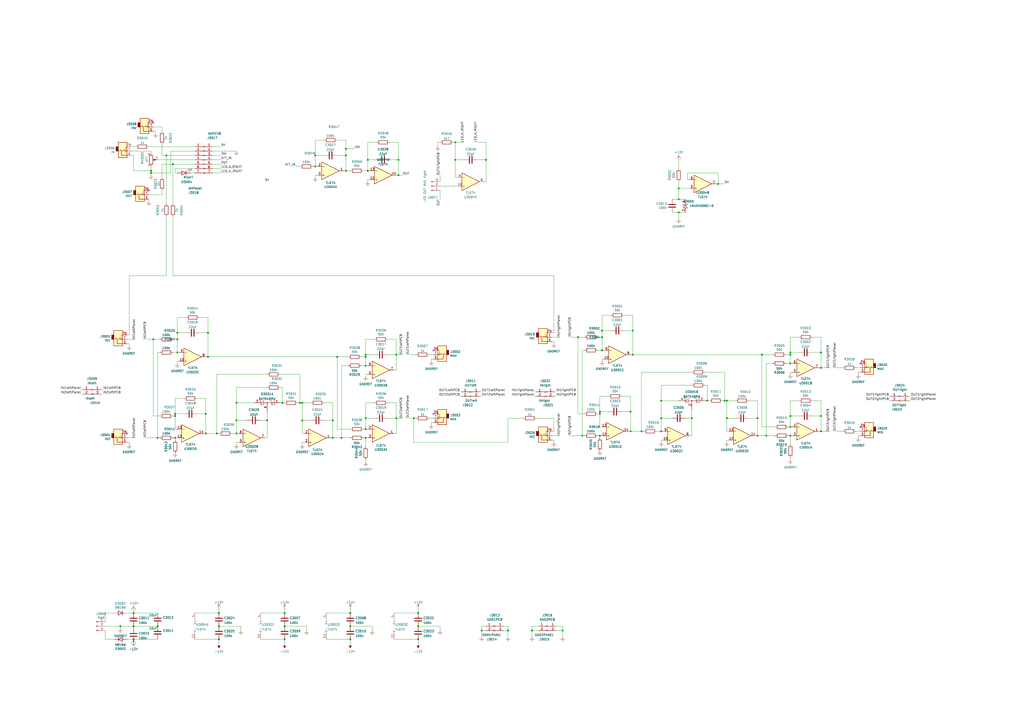
<source format=kicad_sch>
(kicad_sch (version 20211123) (generator eeschema)
  (paper "A2")
  (lib_symbols
    (symbol "Amplifier_Operational:TL074" (pin_names (offset 0.127))
      (property "Reference" "U" (at 0 5.08 0))
      (property "Value" "TL074" (at 0 -5.08 0))
      (symbol "TL074_1_1"
        (pin output line (at 7.62 0 180) (length 2.54) (name "~") (number "1"))
        (pin input line (at -7.62 -2.54 0) (length 2.54) (name "-") (number "2"))
        (pin input line (at -7.62 2.54 0) (length 2.54) (name "+") (number "3"))
      )
      (symbol "TL074_2_1"
        (pin input line (at -7.62 2.54 0) (length 2.54) (name "+") (number "5"))
        (pin input line (at -7.62 -2.54 0) (length 2.54) (name "-") (number "6"))
        (pin output line (at 7.62 0 180) (length 2.54) (name "~") (number "7"))
      )
      (symbol "TL074_3_1"
        (pin input line (at -7.62 2.54 0) (length 2.54) (name "+") (number "10"))
        (pin output line (at 7.62 0 180) (length 2.54) (name "~") (number "8"))
        (pin input line (at -7.62 -2.54 0) (length 2.54) (name "-") (number "9"))
      )
      (symbol "TL074_4_1"
        (pin input line (at -7.62 2.54 0) (length 2.54) (name "+") (number "12"))
        (pin input line (at -7.62 -2.54 0) (length 2.54) (name "-") (number "13"))
        (pin output line (at 7.62 0 180) (length 2.54) (name "~") (number "14"))
      )
      (symbol "TL074_5_1"
        (pin power_in line (at -2.54 -7.62 90) (length 3.81) (name "V-") (number "11"))
        (pin power_in line (at -2.54 7.62 270) (length 3.81) (name "V+") (number "4"))
      )
    )
    (symbol "BAT54BRW:BAT54BRW" (pin_names (offset 1.016))
      (property "Reference" "D" (at 0.635 -3.81 0))
      (property "Value" "BAT54BRW" (at -6.35 3.175 0))
      (symbol "BAT54BRW_1_1"
        (pin passive line (at -7.62 0 0) (length 3.81) (name "~") (number "1"))
        (pin passive line (at 7.62 0 180) (length 3.81) (name "~") (number "5"))
        (pin passive line (at 0 -5.08 90) (length 5.08) (name "~") (number "6"))
      )
      (symbol "BAT54BRW_2_1"
        (pin passive line (at -7.62 0 0) (length 3.81) (name "~") (number "2"))
        (pin passive line (at 0 -5.08 90) (length 5.08) (name "~") (number "3"))
        (pin passive line (at 7.62 0 180) (length 3.81) (name "~") (number "4"))
      )
    )
    (symbol "Connector:AudioJack2_SwitchT"
      (property "Reference" "J" (at 0 8.89 0))
      (property "Value" "AudioJack2_SwitchT" (at 0 6.35 0))
      (symbol "AudioJack2_SwitchT_1_1"
        (pin passive line (at 5.08 2.54 180) (length 2.54) (name "~") (number "S"))
        (pin passive line (at 5.08 0 180) (length 2.54) (name "~") (number "T"))
        (pin passive line (at 5.08 -2.54 180) (length 2.54) (name "~") (number "TN"))
      )
    )
    (symbol "Connector:Conn_01x02_Female" (pin_names (offset 1.016) hide)
      (property "Reference" "J" (at 0 2.54 0))
      (property "Value" "Conn_01x02_Female" (at 0 -5.08 0))
      (symbol "Conn_01x02_Female_1_1"
        (pin passive line (at -5.08 0 0) (length 3.81) (name "Pin_1") (number "1"))
        (pin passive line (at -5.08 -2.54 0) (length 3.81) (name "Pin_2") (number "2"))
      )
    )
    (symbol "Connector:Conn_01x02_Male" (pin_names (offset 1.016) hide)
      (property "Reference" "J" (at 0 2.54 0))
      (property "Value" "Conn_01x02_Male" (at 0 -5.08 0))
      (symbol "Conn_01x02_Male_1_1"
        (pin passive line (at 5.08 0 180) (length 3.81) (name "Pin_1") (number "1"))
        (pin passive line (at 5.08 -2.54 180) (length 3.81) (name "Pin_2") (number "2"))
      )
    )
    (symbol "Connector:Conn_01x03_Male" (pin_names (offset 1.016) hide)
      (property "Reference" "J" (at 0 5.08 0))
      (property "Value" "Conn_01x03_Male" (at 0 -5.08 0))
      (symbol "Conn_01x03_Male_1_1"
        (pin passive line (at 5.08 2.54 180) (length 3.81) (name "Pin_1") (number "1"))
        (pin passive line (at 5.08 0 180) (length 3.81) (name "Pin_2") (number "2"))
        (pin passive line (at 5.08 -2.54 180) (length 3.81) (name "Pin_3") (number "3"))
      )
    )
    (symbol "Connector:Conn_01x07_Female" (pin_names (offset 1.016) hide)
      (property "Reference" "J" (at 0 10.16 0))
      (property "Value" "Conn_01x07_Female" (at 0 -10.16 0))
      (symbol "Conn_01x07_Female_1_1"
        (pin passive line (at -5.08 7.62 0) (length 3.81) (name "Pin_1") (number "1"))
        (pin passive line (at -5.08 5.08 0) (length 3.81) (name "Pin_2") (number "2"))
        (pin passive line (at -5.08 2.54 0) (length 3.81) (name "Pin_3") (number "3"))
        (pin passive line (at -5.08 0 0) (length 3.81) (name "Pin_4") (number "4"))
        (pin passive line (at -5.08 -2.54 0) (length 3.81) (name "Pin_5") (number "5"))
        (pin passive line (at -5.08 -5.08 0) (length 3.81) (name "Pin_6") (number "6"))
        (pin passive line (at -5.08 -7.62 0) (length 3.81) (name "Pin_7") (number "7"))
      )
    )
    (symbol "Connector:Conn_01x07_Male" (pin_names (offset 1.016) hide)
      (property "Reference" "J" (at 0 10.16 0))
      (property "Value" "Conn_01x07_Male" (at 0 -10.16 0))
      (symbol "Conn_01x07_Male_1_1"
        (pin passive line (at 5.08 7.62 180) (length 3.81) (name "Pin_1") (number "1"))
        (pin passive line (at 5.08 5.08 180) (length 3.81) (name "Pin_2") (number "2"))
        (pin passive line (at 5.08 2.54 180) (length 3.81) (name "Pin_3") (number "3"))
        (pin passive line (at 5.08 0 180) (length 3.81) (name "Pin_4") (number "4"))
        (pin passive line (at 5.08 -2.54 180) (length 3.81) (name "Pin_5") (number "5"))
        (pin passive line (at 5.08 -5.08 180) (length 3.81) (name "Pin_6") (number "6"))
        (pin passive line (at 5.08 -7.62 180) (length 3.81) (name "Pin_7") (number "7"))
      )
    )
    (symbol "Device:C" (pin_numbers hide) (pin_names (offset 0.254))
      (property "Reference" "C" (at 0.635 2.54 0))
      (property "Value" "C" (at 0.635 -2.54 0))
      (symbol "C_1_1"
        (pin passive line (at 0 3.81 270) (length 2.794) (name "~") (number "1"))
        (pin passive line (at 0 -3.81 90) (length 2.794) (name "~") (number "2"))
      )
    )
    (symbol "Device:D" (pin_numbers hide) (pin_names (offset 1.016) hide)
      (property "Reference" "D" (at 0 2.54 0))
      (property "Value" "D" (at 0 -2.54 0))
      (symbol "D_1_1"
        (pin passive line (at -3.81 0 0) (length 2.54) (name "K") (number "1"))
        (pin passive line (at 3.81 0 180) (length 2.54) (name "A") (number "2"))
      )
    )
    (symbol "Device:LED" (pin_numbers hide) (pin_names (offset 1.016) hide)
      (property "Reference" "D" (at 0 2.54 0))
      (property "Value" "LED" (at 0 -2.54 0))
      (symbol "LED_1_1"
        (pin passive line (at -3.81 0 0) (length 2.54) (name "K") (number "1"))
        (pin passive line (at 3.81 0 180) (length 2.54) (name "A") (number "2"))
      )
    )
    (symbol "Device:R" (pin_numbers hide) (pin_names (offset 0))
      (property "Reference" "R" (at 2.032 0 90))
      (property "Value" "R" (at 0 0 90))
      (symbol "R_1_1"
        (pin passive line (at 0 3.81 270) (length 1.27) (name "~") (number "1"))
        (pin passive line (at 0 -3.81 90) (length 1.27) (name "~") (number "2"))
      )
    )
    (symbol "Device:R_Potentiometer" (pin_names (offset 1.016) hide)
      (property "Reference" "RV" (at -4.445 0 90))
      (property "Value" "R_Potentiometer" (at -2.54 0 90))
      (symbol "R_Potentiometer_1_1"
        (pin passive line (at 0 3.81 270) (length 1.27) (name "1") (number "1"))
        (pin passive line (at 3.81 0 180) (length 1.27) (name "2") (number "2"))
        (pin passive line (at 0 -3.81 90) (length 1.27) (name "3") (number "3"))
      )
    )
    (symbol "MySynthParts:+12V" (power) (pin_names (offset 0))
      (property "Value" "MySynthParts_+12V" (at 0 3.556 0))
      (symbol "+12V_1_1"
        (pin power_in line (at 0 0 90) (length 0) hide (name "+12V") (number "1"))
      )
    )
    (symbol "MySynthParts:-12V" (power) (pin_names (offset 0))
      (property "Value" "MySynthParts_-12V" (at 0 3.556 0))
      (symbol "-12V_1_1"
        (pin power_in line (at 0 0 90) (length 0) hide (name "-12V") (number "1"))
      )
    )
    (symbol "Reference_Voltage:LM4040DBZ-5" (pin_names (offset 0.0254) hide)
      (property "Reference" "U" (at 0 2.54 0))
      (property "Value" "LM4040DBZ-5" (at 0 -3.175 0))
      (symbol "LM4040DBZ-5_1_1"
        (pin passive line (at 3.81 0 180) (length 2.54) (name "K") (number "1"))
        (pin passive line (at -3.81 0 0) (length 2.54) (name "A") (number "2"))
      )
    )
    (symbol "power:+12V" (power) (pin_names (offset 0))
      (property "Value" "+12V" (at 0 3.556 0))
      (symbol "+12V_1_1"
        (pin power_in line (at 0 0 90) (length 0) hide (name "+12V") (number "1"))
      )
    )
    (symbol "power:-12V" (power) (pin_names (offset 0))
      (property "Value" "-12V" (at 0 3.81 0))
      (symbol "-12V_0_0"
        (pin power_in line (at 0 0 90) (length 0) hide (name "-12V") (number "1"))
      )
    )
    (symbol "power:GNDREF" (power) (pin_names (offset 0))
      (property "Value" "GNDREF" (at 0 -3.81 0))
      (symbol "GNDREF_1_1"
        (pin power_in line (at 0 0 270) (length 0) hide (name "GNDREF") (number "1"))
      )
    )
  )
  (junction (at 165.1 370.84))
  (junction (at 101.6 241.3))
  (junction (at 421.64 232.41))
  (junction (at 77.47 370.84))
  (junction (at 476.25 250.19))
  (junction (at 212.09 254))
  (junction (at 421.64 242.57))
  (junction (at 119.38 240.03))
  (junction (at 383.54 242.57))
  (junction (at 182.88 96.52))
  (junction (at 101.6 240.03))
  (junction (at 120.65 193.04))
  (junction (at 279.4 365.76))
  (junction (at 120.65 207.01))
  (junction (at 401.32 242.57))
  (junction (at 281.94 92.71))
  (junction (at 458.47 210.82))
  (junction (at 347.98 238.76))
  (junction (at 213.36 99.06))
  (junction (at 88.9 196.85))
  (junction (at 203.2 363.22))
  (junction (at 231.14 101.6))
  (junction (at 393.7 123.19))
  (junction (at 349.25 191.77))
  (junction (at 294.64 365.76))
  (junction (at 349.25 195.58))
  (junction (at 193.04 254))
  (junction (at 91.44 254))
  (junction (at 125.73 251.46))
  (junction (at 182.88 90.17))
  (junction (at 441.96 205.74))
  (junction (at 137.16 233.68))
  (junction (at 326.39 365.76))
  (junction (at 347.98 252.73))
  (junction (at 212.09 248.92))
  (junction (at 200.66 86.36))
  (junction (at 137.16 251.46))
  (junction (at 416.56 106.68))
  (junction (at 458.47 252.73))
  (junction (at 101.6 254))
  (junction (at 96.52 90.17))
  (junction (at 231.14 92.71))
  (junction (at 77.47 372.11))
  (junction (at 383.54 232.41))
  (junction (at 349.25 203.2))
  (junction (at 100.33 95.25))
  (junction (at 458.47 247.65))
  (junction (at 476.25 241.3))
  (junction (at 69.85 363.22))
  (junction (at 77.47 363.22))
  (junction (at 163.83 233.68))
  (junction (at 87.63 99.06))
  (junction (at 444.5 252.73))
  (junction (at 476.25 204.47))
  (junction (at 365.76 238.76))
  (junction (at 393.7 115.57))
  (junction (at 242.57 363.22))
  (junction (at 372.11 250.19))
  (junction (at 175.26 233.68))
  (junction (at 165.1 363.22))
  (junction (at 203.2 355.6))
  (junction (at 102.87 204.47))
  (junction (at 213.36 92.71))
  (junction (at 347.98 240.03))
  (junction (at 476.25 213.36))
  (junction (at 165.1 355.6))
  (junction (at 87.63 100.33))
  (junction (at 264.16 92.71))
  (junction (at 335.28 195.58))
  (junction (at 203.2 370.84))
  (junction (at 102.87 193.04))
  (junction (at 193.04 243.84))
  (junction (at 154.94 243.84))
  (junction (at 229.87 242.57))
  (junction (at 137.16 243.84))
  (junction (at 175.26 243.84))
  (junction (at 200.66 90.17))
  (junction (at 383.54 250.19))
  (junction (at 200.66 99.06))
  (junction (at 439.42 242.57))
  (junction (at 410.21 232.41))
  (junction (at 212.09 212.09))
  (junction (at 393.7 109.22))
  (junction (at 102.87 196.85))
  (junction (at 198.12 254))
  (junction (at 195.58 207.01))
  (junction (at 119.38 251.46))
  (junction (at 229.87 205.74))
  (junction (at 242.57 355.6))
  (junction (at 458.47 241.3))
  (junction (at 365.76 250.19))
  (junction (at 367.03 205.74))
  (junction (at 242.57 370.84))
  (junction (at 458.47 205.74))
  (junction (at 212.09 242.57))
  (junction (at 439.42 252.73))
  (junction (at 77.47 355.6))
  (junction (at 127 363.22))
  (junction (at 212.09 205.74))
  (junction (at 240.03 242.57))
  (junction (at 212.09 207.01))
  (junction (at 337.82 252.73))
  (junction (at 127 355.6))
  (junction (at 264.16 82.55))
  (junction (at 127 370.84))
  (junction (at 173.99 233.68))
  (junction (at 91.44 363.22))
  (junction (at 308.61 365.76))
  (junction (at 458.47 204.47))
  (junction (at 420.37 232.41))
  (junction (at 367.03 191.77))
  (no_connect (at 499.11 210.82))
  (no_connect (at 73.66 251.46))
  (no_connect (at 251.46 203.2))
  (no_connect (at 499.11 247.65))
  (no_connect (at 251.46 240.03))
  (no_connect (at 88.9 71.12))
  (no_connect (at 86.36 110.49))
  (wire (pts (xy 93.98 83.82) (xy 93.98 90.17)))
  (wire (pts (xy 154.94 254) (xy 153.67 254)))
  (wire (pts (xy 320.04 255.27) (xy 321.31 255.27)))
  (wire (pts (xy 175.26 243.84) (xy 180.34 243.84)))
  (wire (pts (xy 154.94 243.84) (xy 154.94 254)))
  (wire (pts (xy 59.69 226.06) (xy 58.42 226.06)))
  (wire (pts (xy 408.94 223.52) (xy 410.21 223.52)))
  (wire (pts (xy 46.99 226.06) (xy 48.26 226.06)))
  (wire (pts (xy 69.85 364.49) (xy 69.85 363.22)))
  (wire (pts (xy 476.25 204.47) (xy 476.25 213.36)))
  (wire (pts (xy 193.04 254) (xy 191.77 254)))
  (wire (pts (xy 422.91 250.19) (xy 421.64 250.19)))
  (wire (pts (xy 458.47 195.58) (xy 458.47 204.47)))
  (wire (pts (xy 416.56 106.68) (xy 420.37 106.68)))
  (wire (pts (xy 349.25 247.65) (xy 347.98 247.65)))
  (wire (pts (xy 448.31 210.82) (xy 444.5 210.82)))
  (wire (pts (xy 365.76 229.87) (xy 365.76 238.76)))
  (wire (pts (xy 91.44 204.47) (xy 91.44 254)))
  (wire (pts (xy 163.83 233.68) (xy 165.1 233.68)))
  (wire (pts (xy 101.6 231.14) (xy 106.68 231.14)))
  (wire (pts (xy 248.92 205.74) (xy 251.46 205.74)))
  (wire (pts (xy 281.94 82.55) (xy 276.86 82.55)))
  (wire (pts (xy 416.56 106.68) (xy 416.56 100.33)))
  (wire (pts (xy 212.09 217.17) (xy 212.09 218.44)))
  (wire (pts (xy 281.94 92.71) (xy 281.94 82.55)))
  (wire (pts (xy 320.04 198.12) (xy 321.31 198.12)))
  (wire (pts (xy 93.98 90.17) (xy 96.52 90.17)))
  (wire (pts (xy 93.98 113.03) (xy 86.36 113.03)))
  (wire (pts (xy 113.03 95.25) (xy 100.33 95.25)))
  (wire (pts (xy 177.8 365.76) (xy 177.8 363.22)))
  (wire (pts (xy 87.63 100.33) (xy 87.63 101.6)))
  (wire (pts (xy 118.11 251.46) (xy 119.38 251.46)))
  (wire (pts (xy 250.19 208.28) (xy 250.19 209.55)))
  (wire (pts (xy 237.49 242.57) (xy 240.03 242.57)))
  (wire (pts (xy 101.6 100.33) (xy 101.6 97.79)))
  (wire (pts (xy 393.7 115.57) (xy 389.89 115.57)))
  (wire (pts (xy 322.58 365.76) (xy 326.39 365.76)))
  (wire (pts (xy 104.14 209.55) (xy 102.87 209.55)))
  (wire (pts (xy 195.58 207.01) (xy 201.93 207.01)))
  (wire (pts (xy 120.65 193.04) (xy 120.65 207.01)))
  (wire (pts (xy 209.55 207.01) (xy 212.09 207.01)))
  (wire (pts (xy 397.51 115.57) (xy 393.7 115.57)))
  (wire (pts (xy 101.6 231.14) (xy 101.6 240.03)))
  (wire (pts (xy 73.66 196.85) (xy 78.74 196.85)))
  (wire (pts (xy 308.61 365.76) (xy 312.42 365.76)))
  (wire (pts (xy 113.03 355.6) (xy 127 355.6)))
  (wire (pts (xy 457.2 247.65) (xy 458.47 247.65)))
  (wire (pts (xy 350.52 203.2) (xy 349.25 203.2)))
  (wire (pts (xy 321.31 160.02) (xy 321.31 193.04)))
  (wire (pts (xy 203.2 248.92) (xy 195.58 248.92)))
  (wire (pts (xy 100.33 118.11) (xy 100.33 95.25)))
  (wire (pts (xy 212.09 242.57) (xy 212.09 248.92)))
  (wire (pts (xy 384.81 255.27) (xy 383.54 255.27)))
  (wire (pts (xy 420.37 232.41) (xy 421.64 232.41)))
  (wire (pts (xy 102.87 193.04) (xy 102.87 196.85)))
  (wire (pts (xy 347.98 252.73) (xy 349.25 252.73)))
  (wire (pts (xy 212.09 207.01) (xy 212.09 205.74)))
  (wire (pts (xy 182.88 96.52) (xy 184.15 96.52)))
  (wire (pts (xy 237.49 205.74) (xy 241.3 205.74)))
  (wire (pts (xy 229.87 242.57) (xy 229.87 233.68)))
  (wire (pts (xy 162.56 217.17) (xy 173.99 217.17)))
  (wire (pts (xy 46.99 228.6) (xy 48.26 228.6)))
  (wire (pts (xy 228.6 370.84) (xy 242.57 370.84)))
  (wire (pts (xy 389.89 242.57) (xy 383.54 242.57)))
  (wire (pts (xy 320.04 252.73) (xy 325.12 252.73)))
  (wire (pts (xy 139.7 365.76) (xy 139.7 363.22)))
  (wire (pts (xy 458.47 204.47) (xy 463.55 204.47)))
  (wire (pts (xy 231.14 101.6) (xy 233.68 101.6)))
  (wire (pts (xy 279.4 363.22) (xy 279.4 365.76)))
  (wire (pts (xy 401.32 252.73) (xy 400.05 252.73)))
  (wire (pts (xy 86.36 85.09) (xy 113.03 85.09)))
  (wire (pts (xy 294.64 242.57) (xy 294.64 256.54)))
  (wire (pts (xy 212.09 212.09) (xy 213.36 212.09)))
  (wire (pts (xy 74.93 199.39) (xy 74.93 200.66)))
  (wire (pts (xy 175.26 243.84) (xy 175.26 233.68)))
  (wire (pts (xy 476.25 195.58) (xy 476.25 204.47)))
  (wire (pts (xy 381 250.19) (xy 383.54 250.19)))
  (wire (pts (xy 73.66 254) (xy 78.74 254)))
  (wire (pts (xy 213.36 92.71) (xy 213.36 99.06)))
  (wire (pts (xy 364.49 250.19) (xy 365.76 250.19)))
  (wire (pts (xy 113.03 87.63) (xy 99.06 87.63)))
  (wire (pts (xy 279.4 229.87) (xy 278.13 229.87)))
  (wire (pts (xy 90.17 76.2) (xy 90.17 77.47)))
  (wire (pts (xy 321.31 242.57) (xy 321.31 250.19)))
  (wire (pts (xy 339.09 252.73) (xy 337.82 252.73)))
  (wire (pts (xy 73.66 256.54) (xy 74.93 256.54)))
  (wire (pts (xy 471.17 195.58) (xy 476.25 195.58)))
  (wire (pts (xy 137.16 243.84) (xy 137.16 251.46)))
  (wire (pts (xy 212.09 254) (xy 212.09 259.08)))
  (wire (pts (xy 200.66 90.17) (xy 200.66 99.06)))
  (wire (pts (xy 119.38 231.14) (xy 119.38 240.03)))
  (wire (pts (xy 349.25 195.58) (xy 349.25 203.2)))
  (wire (pts (xy 212.09 212.09) (xy 212.09 207.01)))
  (wire (pts (xy 119.38 251.46) (xy 125.73 251.46)))
  (wire (pts (xy 113.03 370.84) (xy 127 370.84)))
  (wire (pts (xy 182.88 90.17) (xy 187.96 90.17)))
  (wire (pts (xy 201.93 212.09) (xy 198.12 212.09)))
  (wire (pts (xy 212.09 254) (xy 213.36 254)))
  (wire (pts (xy 76.2 85.09) (xy 78.74 85.09)))
  (wire (pts (xy 459.74 215.9) (xy 458.47 215.9)))
  (wire (pts (xy 372.11 215.9) (xy 372.11 250.19)))
  (wire (pts (xy 200.66 86.36) (xy 200.66 90.17)))
  (wire (pts (xy 439.42 232.41) (xy 439.42 242.57)))
  (wire (pts (xy 361.95 191.77) (xy 367.03 191.77)))
  (wire (pts (xy 331.47 195.58) (xy 335.28 195.58)))
  (wire (pts (xy 189.23 355.6) (xy 203.2 355.6)))
  (wire (pts (xy 77.47 99.06) (xy 87.63 99.06)))
  (wire (pts (xy 421.64 232.41) (xy 426.72 232.41)))
  (wire (pts (xy 231.14 82.55) (xy 231.14 92.71)))
  (wire (pts (xy 213.36 99.06) (xy 214.63 99.06)))
  (wire (pts (xy 200.66 86.36) (xy 205.74 86.36)))
  (wire (pts (xy 88.9 241.3) (xy 88.9 196.85)))
  (wire (pts (xy 198.12 212.09) (xy 198.12 254)))
  (wire (pts (xy 99.06 87.63) (xy 99.06 100.33)))
  (wire (pts (xy 189.23 370.84) (xy 203.2 370.84)))
  (wire (pts (xy 347.98 254) (xy 347.98 252.73)))
  (wire (pts (xy 77.47 370.84) (xy 73.66 370.84)))
  (wire (pts (xy 139.7 363.22) (xy 127 363.22)))
  (wire (pts (xy 383.54 232.41) (xy 383.54 242.57)))
  (wire (pts (xy 137.16 251.46) (xy 138.43 251.46)))
  (wire (pts (xy 123.19 85.09) (xy 128.27 85.09)))
  (wire (pts (xy 102.87 196.85) (xy 102.87 204.47)))
  (wire (pts (xy 151.13 370.84) (xy 165.1 370.84)))
  (wire (pts (xy 91.44 92.71) (xy 113.03 92.71)))
  (wire (pts (xy 309.88 227.33) (xy 311.15 227.33)))
  (wire (pts (xy 421.64 242.57) (xy 426.72 242.57)))
  (wire (pts (xy 251.46 245.11) (xy 250.19 245.11)))
  (wire (pts (xy 255.27 82.55) (xy 254 82.55)))
  (wire (pts (xy 458.47 252.73) (xy 458.47 257.81)))
  (wire (pts (xy 76.2 90.17) (xy 77.47 90.17)))
  (wire (pts (xy 458.47 241.3) (xy 463.55 241.3)))
  (wire (pts (xy 326.39 365.76) (xy 326.39 369.57)))
  (wire (pts (xy 173.99 217.17) (xy 173.99 233.68)))
  (wire (pts (xy 229.87 251.46) (xy 229.87 242.57)))
  (wire (pts (xy 77.47 363.22) (xy 77.47 364.49)))
  (wire (pts (xy 226.06 82.55) (xy 231.14 82.55)))
  (wire (pts (xy 250.19 245.11) (xy 250.19 246.38)))
  (wire (pts (xy 100.33 95.25) (xy 93.98 95.25)))
  (wire (pts (xy 383.54 223.52) (xy 401.32 223.52)))
  (wire (pts (xy 60.96 360.68) (xy 60.96 355.6)))
  (wire (pts (xy 335.28 195.58) (xy 339.09 195.58)))
  (wire (pts (xy 102.87 248.92) (xy 101.6 248.92)))
  (wire (pts (xy 311.15 242.57) (xy 321.31 242.57)))
  (wire (pts (xy 449.58 247.65) (xy 441.96 247.65)))
  (wire (pts (xy 212.09 233.68) (xy 212.09 242.57)))
  (wire (pts (xy 173.99 233.68) (xy 175.26 233.68)))
  (wire (pts (xy 346.71 240.03) (xy 347.98 240.03)))
  (wire (pts (xy 212.09 248.92) (xy 213.36 248.92)))
  (wire (pts (xy 137.16 224.79) (xy 137.16 233.68)))
  (wire (pts (xy 114.3 240.03) (xy 119.38 240.03)))
  (wire (pts (xy 420.37 232.41) (xy 419.1 232.41)))
  (wire (pts (xy 215.9 363.22) (xy 203.2 363.22)))
  (wire (pts (xy 101.6 254) (xy 102.87 254)))
  (wire (pts (xy 434.34 232.41) (xy 439.42 232.41)))
  (wire (pts (xy 181.61 96.52) (xy 182.88 96.52)))
  (wire (pts (xy 354.33 191.77) (xy 349.25 191.77)))
  (wire (pts (xy 321.31 255.27) (xy 321.31 256.54)))
  (wire (pts (xy 171.45 96.52) (xy 173.99 96.52)))
  (wire (pts (xy 77.47 370.84) (xy 91.44 370.84)))
  (wire (pts (xy 393.7 105.41) (xy 393.7 109.22)))
  (wire (pts (xy 100.33 160.02) (xy 321.31 160.02)))
  (wire (pts (xy 213.36 104.14) (xy 213.36 105.41)))
  (wire (pts (xy 60.96 363.22) (xy 69.85 363.22)))
  (wire (pts (xy 93.98 76.2) (xy 93.98 73.66)))
  (wire (pts (xy 77.47 354.33) (xy 77.47 355.6)))
  (wire (pts (xy 100.33 241.3) (xy 101.6 241.3)))
  (wire (pts (xy 410.21 232.41) (xy 411.48 232.41)))
  (wire (pts (xy 123.19 100.33) (xy 128.27 100.33)))
  (wire (pts (xy 195.58 81.28) (xy 200.66 81.28)))
  (wire (pts (xy 255.27 363.22) (xy 242.57 363.22)))
  (wire (pts (xy 308.61 369.57) (xy 308.61 365.76)))
  (wire (pts (xy 195.58 90.17) (xy 200.66 90.17)))
  (wire (pts (xy 321.31 198.12) (xy 321.31 199.39)))
  (wire (pts (xy 73.66 194.31) (xy 74.93 194.31)))
  (wire (pts (xy 100.33 125.73) (xy 100.33 160.02)))
  (wire (pts (xy 458.47 252.73) (xy 459.74 252.73)))
  (wire (pts (xy 162.56 233.68) (xy 163.83 233.68)))
  (wire (pts (xy 240.03 242.57) (xy 240.03 256.54)))
  (wire (pts (xy 123.19 92.71) (xy 128.27 92.71)))
  (wire (pts (xy 74.93 194.31) (xy 74.93 160.02)))
  (wire (pts (xy 476.25 213.36) (xy 481.33 213.36)))
  (wire (pts (xy 292.1 365.76) (xy 294.64 365.76)))
  (wire (pts (xy 393.7 123.19) (xy 393.7 127)))
  (wire (pts (xy 528.32 232.41) (xy 527.05 232.41)))
  (wire (pts (xy 182.88 101.6) (xy 182.88 102.87)))
  (wire (pts (xy 337.82 203.2) (xy 339.09 203.2)))
  (wire (pts (xy 471.17 204.47) (xy 476.25 204.47)))
  (wire (pts (xy 101.6 97.79) (xy 113.03 97.79)))
  (wire (pts (xy 176.53 251.46) (xy 175.26 251.46)))
  (wire (pts (xy 127 353.06) (xy 127 355.6)))
  (wire (pts (xy 123.19 95.25) (xy 128.27 95.25)))
  (wire (pts (xy 372.11 215.9) (xy 401.32 215.9)))
  (wire (pts (xy 210.82 99.06) (xy 213.36 99.06)))
  (wire (pts (xy 224.79 196.85) (xy 229.87 196.85)))
  (wire (pts (xy 347.98 240.03) (xy 347.98 247.65)))
  (wire (pts (xy 92.71 254) (xy 91.44 254)))
  (wire (pts (xy 367.03 182.88) (xy 367.03 191.77)))
  (wire (pts (xy 187.96 233.68) (xy 193.04 233.68)))
  (wire (pts (xy 125.73 217.17) (xy 125.73 251.46)))
  (wire (pts (xy 485.14 250.19) (xy 488.95 250.19)))
  (wire (pts (xy 151.13 243.84) (xy 154.94 243.84)))
  (wire (pts (xy 93.98 73.66) (xy 88.9 73.66)))
  (wire (pts (xy 349.25 182.88) (xy 349.25 191.77)))
  (wire (pts (xy 410.21 223.52) (xy 410.21 232.41)))
  (wire (pts (xy 226.06 92.71) (xy 231.14 92.71)))
  (wire (pts (xy 88.9 241.3) (xy 92.71 241.3)))
  (wire (pts (xy 308.61 363.22) (xy 312.42 363.22)))
  (wire (pts (xy 294.64 242.57) (xy 303.53 242.57)))
  (wire (pts (xy 458.47 241.3) (xy 458.47 247.65)))
  (wire (pts (xy 255.27 107.95) (xy 265.43 107.95)))
  (wire (pts (xy 110.49 100.33) (xy 113.03 100.33)))
  (wire (pts (xy 350.52 208.28) (xy 349.25 208.28)))
  (wire (pts (xy 175.26 233.68) (xy 180.34 233.68)))
  (wire (pts (xy 229.87 196.85) (xy 229.87 205.74)))
  (wire (pts (xy 279.4 227.33) (xy 278.13 227.33)))
  (wire (pts (xy 101.6 255.27) (xy 101.6 254)))
  (wire (pts (xy 499.11 252.73) (xy 497.84 252.73)))
  (wire (pts (xy 326.39 363.22) (xy 326.39 365.76)))
  (wire (pts (xy 322.58 363.22) (xy 326.39 363.22)))
  (wire (pts (xy 248.92 242.57) (xy 251.46 242.57)))
  (wire (pts (xy 269.24 92.71) (xy 264.16 92.71)))
  (wire (pts (xy 137.16 233.68) (xy 137.16 243.84)))
  (wire (pts (xy 210.82 248.92) (xy 212.09 248.92)))
  (wire (pts (xy 125.73 251.46) (xy 127 251.46)))
  (wire (pts (xy 400.05 104.14) (xy 398.78 104.14)))
  (wire (pts (xy 361.95 182.88) (xy 367.03 182.88)))
  (wire (pts (xy 458.47 195.58) (xy 463.55 195.58)))
  (wire (pts (xy 264.16 82.55) (xy 264.16 92.71)))
  (wire (pts (xy 77.47 363.22) (xy 91.44 363.22)))
  (wire (pts (xy 224.79 205.74) (xy 229.87 205.74)))
  (wire (pts (xy 476.25 213.36) (xy 474.98 213.36)))
  (wire (pts (xy 393.7 92.71) (xy 393.7 97.79)))
  (wire (pts (xy 184.15 101.6) (xy 182.88 101.6)))
  (wire (pts (xy 60.96 370.84) (xy 60.96 365.76)))
  (wire (pts (xy 279.4 365.76) (xy 281.94 365.76)))
  (wire (pts (xy 59.69 228.6) (xy 58.42 228.6)))
  (wire (pts (xy 276.86 92.71) (xy 281.94 92.71)))
  (wire (pts (xy 242.57 370.84) (xy 242.57 373.38)))
  (wire (pts (xy 229.87 233.68) (xy 224.79 233.68)))
  (wire (pts (xy 102.87 184.15) (xy 102.87 193.04)))
  (wire (pts (xy 200.66 99.06) (xy 199.39 99.06)))
  (wire (pts (xy 242.57 353.06) (xy 242.57 355.6)))
  (wire (pts (xy 485.14 213.36) (xy 488.95 213.36)))
  (wire (pts (xy 389.89 123.19) (xy 393.7 123.19)))
  (wire (pts (xy 476.25 250.19) (xy 476.25 241.3)))
  (wire (pts (xy 74.93 256.54) (xy 74.93 257.81)))
  (wire (pts (xy 528.32 229.87) (xy 527.05 229.87)))
  (wire (pts (xy 441.96 205.74) (xy 448.31 205.74)))
  (wire (pts (xy 441.96 205.74) (xy 367.03 205.74)))
  (wire (pts (xy 367.03 191.77) (xy 367.03 205.74)))
  (wire (pts (xy 455.93 205.74) (xy 458.47 205.74)))
  (wire (pts (xy 212.09 196.85) (xy 217.17 196.85)))
  (wire (pts (xy 200.66 81.28) (xy 200.66 86.36)))
  (wire (pts (xy 85.09 196.85) (xy 88.9 196.85)))
  (wire (pts (xy 137.16 233.68) (xy 147.32 233.68)))
  (wire (pts (xy 458.47 205.74) (xy 458.47 204.47)))
  (wire (pts (xy 335.28 240.03) (xy 335.28 195.58)))
  (wire (pts (xy 198.12 254) (xy 203.2 254)))
  (wire (pts (xy 292.1 363.22) (xy 294.64 363.22)))
  (wire (pts (xy 229.87 242.57) (xy 233.68 242.57)))
  (wire (pts (xy 123.19 97.79) (xy 128.27 97.79)))
  (wire (pts (xy 497.84 215.9) (xy 497.84 217.17)))
  (wire (pts (xy 193.04 254) (xy 198.12 254)))
  (wire (pts (xy 175.26 251.46) (xy 175.26 243.84)))
  (wire (pts (xy 321.31 193.04) (xy 320.04 193.04)))
  (wire (pts (xy 143.51 243.84) (xy 137.16 243.84)))
  (wire (pts (xy 193.04 233.68) (xy 193.04 243.84)))
  (wire (pts (xy 398.78 100.33) (xy 398.78 104.14)))
  (wire (pts (xy 444.5 210.82) (xy 444.5 252.73)))
  (wire (pts (xy 421.64 250.19) (xy 421.64 242.57)))
  (wire (pts (xy 151.13 355.6) (xy 165.1 355.6)))
  (wire (pts (xy 93.98 95.25) (xy 93.98 102.87)))
  (wire (pts (xy 349.25 191.77) (xy 349.25 195.58)))
  (wire (pts (xy 203.2 353.06) (xy 203.2 355.6)))
  (wire (pts (xy 365.76 238.76) (xy 365.76 250.19)))
  (wire (pts (xy 415.29 106.68) (xy 416.56 106.68)))
  (wire (pts (xy 294.64 365.76) (xy 294.64 369.57)))
  (wire (pts (xy 93.98 110.49) (xy 93.98 113.03)))
  (wire (pts (xy 321.31 250.19) (xy 320.04 250.19)))
  (wire (pts (xy 101.6 240.03) (xy 101.6 241.3)))
  (wire (pts (xy 255.27 365.76) (xy 255.27 363.22)))
  (wire (pts (xy 439.42 252.73) (xy 438.15 252.73)))
  (wire (pts (xy 125.73 217.17) (xy 154.94 217.17)))
  (wire (pts (xy 195.58 207.01) (xy 195.58 248.92)))
  (wire (pts (xy 515.62 232.41) (xy 516.89 232.41)))
  (wire (pts (xy 499.11 215.9) (xy 497.84 215.9)))
  (wire (pts (xy 85.09 254) (xy 91.44 254)))
  (wire (pts (xy 212.09 196.85) (xy 212.09 205.74)))
  (wire (pts (xy 60.96 370.84) (xy 66.04 370.84)))
  (wire (pts (xy 119.38 240.03) (xy 119.38 251.46)))
  (wire (pts (xy 195.58 207.01) (xy 120.65 207.01)))
  (wire (pts (xy 214.63 104.14) (xy 213.36 104.14)))
  (wire (pts (xy 107.95 184.15) (xy 102.87 184.15)))
  (wire (pts (xy 177.8 363.22) (xy 165.1 363.22)))
  (wire (pts (xy 360.68 238.76) (xy 365.76 238.76)))
  (wire (pts (xy 200.66 99.06) (xy 203.2 99.06)))
  (wire (pts (xy 458.47 265.43) (xy 458.47 266.7)))
  (wire (pts (xy 322.58 229.87) (xy 321.31 229.87)))
  (wire (pts (xy 458.47 210.82) (xy 458.47 205.74)))
  (wire (pts (xy 496.57 250.19) (xy 499.11 250.19)))
  (wire (pts (xy 162.56 224.79) (xy 163.83 224.79)))
  (wire (pts (xy 123.19 90.17) (xy 128.27 90.17)))
  (wire (pts (xy 77.47 370.84) (xy 77.47 372.11)))
  (wire (pts (xy 212.09 242.57) (xy 217.17 242.57)))
  (wire (pts (xy 212.09 205.74) (xy 217.17 205.74)))
  (wire (pts (xy 383.54 255.27) (xy 383.54 256.54)))
  (wire (pts (xy 119.38 207.01) (xy 120.65 207.01)))
  (wire (pts (xy 416.56 100.33) (xy 398.78 100.33)))
  (wire (pts (xy 115.57 193.04) (xy 120.65 193.04)))
  (wire (pts (xy 114.3 231.14) (xy 119.38 231.14)))
  (wire (pts (xy 458.47 247.65) (xy 459.74 247.65)))
  (wire (pts (xy 123.19 87.63) (xy 137.16 87.63)))
  (wire (pts (xy 346.71 252.73) (xy 347.98 252.73)))
  (wire (pts (xy 60.96 355.6) (xy 66.04 355.6)))
  (wire (pts (xy 217.17 233.68) (xy 212.09 233.68)))
  (wire (pts (xy 279.4 369.57) (xy 279.4 365.76)))
  (wire (pts (xy 365.76 205.74) (xy 367.03 205.74)))
  (wire (pts (xy 229.87 205.74) (xy 229.87 214.63)))
  (wire (pts (xy 309.88 229.87) (xy 311.15 229.87)))
  (wire (pts (xy 101.6 241.3) (xy 101.6 248.92)))
  (wire (pts (xy 335.28 240.03) (xy 339.09 240.03)))
  (wire (pts (xy 218.44 82.55) (xy 213.36 82.55)))
  (wire (pts (xy 137.16 224.79) (xy 154.94 224.79)))
  (wire (pts (xy 393.7 109.22) (xy 400.05 109.22)))
  (wire (pts (xy 441.96 205.74) (xy 441.96 247.65)))
  (wire (pts (xy 107.95 193.04) (xy 102.87 193.04)))
  (wire (pts (xy 102.87 100.33) (xy 101.6 100.33)))
  (wire (pts (xy 365.76 250.19) (xy 372.11 250.19)))
  (wire (pts (xy 294.64 256.54) (xy 240.03 256.54)))
  (wire (pts (xy 138.43 256.54) (xy 137.16 256.54)))
  (wire (pts (xy 397.51 242.57) (xy 401.32 242.57)))
  (wire (pts (xy 213.36 217.17) (xy 212.09 217.17)))
  (wire (pts (xy 175.26 256.54) (xy 175.26 257.81)))
  (wire (pts (xy 408.94 215.9) (xy 420.37 215.9)))
  (wire (pts (xy 76.2 87.63) (xy 87.63 87.63)))
  (wire (pts (xy 251.46 208.28) (xy 250.19 208.28)))
  (wire (pts (xy 383.54 223.52) (xy 383.54 232.41)))
  (wire (pts (xy 73.66 199.39) (xy 74.93 199.39)))
  (wire (pts (xy 476.25 241.3) (xy 471.17 241.3)))
  (wire (pts (xy 96.52 160.02) (xy 96.52 125.73)))
  (wire (pts (xy 193.04 243.84) (xy 193.04 254)))
  (wire (pts (xy 497.84 252.73) (xy 497.84 254)))
  (wire (pts (xy 320.04 195.58) (xy 325.12 195.58)))
  (wire (pts (xy 215.9 365.76) (xy 215.9 363.22)))
  (wire (pts (xy 458.47 232.41) (xy 458.47 241.3)))
  (wire (pts (xy 266.7 227.33) (xy 267.97 227.33)))
  (wire (pts (xy 439.42 242.57) (xy 439.42 252.73)))
  (wire (pts (xy 229.87 214.63) (xy 228.6 214.63)))
  (wire (pts (xy 354.33 182.88) (xy 349.25 182.88)))
  (wire (pts (xy 434.34 242.57) (xy 439.42 242.57)))
  (wire (pts (xy 102.87 209.55) (xy 102.87 210.82)))
  (wire (pts (xy 100.33 196.85) (xy 102.87 196.85)))
  (wire (pts (xy 439.42 252.73) (xy 444.5 252.73)))
  (wire (pts (xy 401.32 242.57) (xy 401.32 252.73)))
  (wire (pts (xy 422.91 255.27) (xy 421.64 255.27)))
  (wire (pts (xy 496.57 213.36) (xy 499.11 213.36)))
  (wire (pts (xy 265.43 102.87) (xy 264.16 102.87)))
  (wire (pts (xy 229.87 205.74) (xy 233.68 205.74)))
  (wire (pts (xy 254 82.55) (xy 254 85.09)))
  (wire (pts (xy 269.24 82.55) (xy 264.16 82.55)))
  (wire (pts (xy 408.94 232.41) (xy 410.21 232.41)))
  (wire (pts (xy 266.7 229.87) (xy 267.97 229.87)))
  (wire (pts (xy 229.87 101.6) (xy 231.14 101.6)))
  (wire (pts (xy 294.64 363.22) (xy 294.64 365.76)))
  (wire (pts (xy 77.47 90.17) (xy 77.47 99.06)))
  (wire (pts (xy 360.68 229.87) (xy 365.76 229.87)))
  (wire (pts (xy 104.14 204.47) (xy 102.87 204.47)))
  (wire (pts (xy 349.25 208.28) (xy 349.25 209.55)))
  (wire (pts (xy 322.58 227.33) (xy 321.31 227.33)))
  (wire (pts (xy 281.94 105.41) (xy 281.94 92.71)))
  (wire (pts (xy 87.63 96.52) (xy 87.63 99.06)))
  (wire (pts (xy 383.54 232.41) (xy 393.7 232.41)))
  (wire (pts (xy 100.33 254) (xy 101.6 254)))
  (wire (pts (xy 463.55 232.41) (xy 458.47 232.41)))
  (wire (pts (xy 165.1 370.84) (xy 165.1 373.38)))
  (wire (pts (xy 173.99 233.68) (xy 172.72 233.68)))
  (wire (pts (xy 203.2 370.84) (xy 203.2 373.38)))
  (wire (pts (xy 100.33 204.47) (xy 102.87 204.47)))
  (wire (pts (xy 101.6 240.03) (xy 106.68 240.03)))
  (wire (pts (xy 134.62 251.46) (xy 137.16 251.46)))
  (wire (pts (xy 347.98 229.87) (xy 353.06 229.87)))
  (wire (pts (xy 393.7 109.22) (xy 393.7 115.57)))
  (wire (pts (xy 458.47 215.9) (xy 458.47 217.17)))
  (wire (pts (xy 397.51 123.19) (xy 393.7 123.19)))
  (wire (pts (xy 346.71 195.58) (xy 349.25 195.58)))
  (wire (pts (xy 308.61 363.22) (xy 308.61 365.76)))
  (wire (pts (xy 255.27 101.6) (xy 255.27 105.41)))
  (wire (pts (xy 262.89 82.55) (xy 264.16 82.55)))
  (wire (pts (xy 421.64 242.57) (xy 421.64 232.41)))
  (wire (pts (xy 421.64 255.27) (xy 421.64 256.54)))
  (wire (pts (xy 209.55 212.09) (xy 212.09 212.09)))
  (wire (pts (xy 187.96 243.84) (xy 193.04 243.84)))
  (wire (pts (xy 86.36 115.57) (xy 86.36 116.84)))
  (wire (pts (xy 280.67 105.41) (xy 281.94 105.41)))
  (wire (pts (xy 331.47 252.73) (xy 337.82 252.73)))
  (wire (pts (xy 228.6 251.46) (xy 229.87 251.46)))
  (wire (pts (xy 218.44 92.71) (xy 213.36 92.71)))
  (wire (pts (xy 346.71 203.2) (xy 349.25 203.2)))
  (wire (pts (xy 264.16 102.87) (xy 264.16 92.71)))
  (wire (pts (xy 458.47 210.82) (xy 459.74 210.82)))
  (wire (pts (xy 347.98 238.76) (xy 347.98 240.03)))
  (wire (pts (xy 182.88 90.17) (xy 182.88 96.52)))
  (wire (pts (xy 383.54 250.19) (xy 384.81 250.19)))
  (wire (pts (xy 228.6 355.6) (xy 242.57 355.6)))
  (wire (pts (xy 127 370.84) (xy 127 373.38)))
  (wire (pts (xy 176.53 256.54) (xy 175.26 256.54)))
  (wire (pts (xy 69.85 363.22) (xy 77.47 363.22)))
  (wire (pts (xy 165.1 353.06) (xy 165.1 355.6)))
  (wire (pts (xy 444.5 252.73) (xy 449.58 252.73)))
  (wire (pts (xy 401.32 237.49) (xy 401.32 242.57)))
  (wire (pts (xy 279.4 363.22) (xy 281.94 363.22)))
  (wire (pts (xy 337.82 203.2) (xy 337.82 252.73)))
  (wire (pts (xy 77.47 355.6) (xy 91.44 355.6)))
  (wire (pts (xy 457.2 252.73) (xy 458.47 252.73)))
  (wire (pts (xy 231.14 92.71) (xy 231.14 101.6)))
  (wire (pts (xy 154.94 238.76) (xy 154.94 243.84)))
  (wire (pts (xy 137.16 256.54) (xy 137.16 257.81)))
  (wire (pts (xy 96.52 90.17) (xy 113.03 90.17)))
  (wire (pts (xy 88.9 76.2) (xy 90.17 76.2)))
  (wire (pts (xy 91.44 204.47) (xy 92.71 204.47)))
  (wire (pts (xy 476.25 250.19) (xy 481.33 250.19)))
  (wire (pts (xy 212.09 266.7) (xy 212.09 267.97)))
  (wire (pts (xy 255.27 110.49) (xy 255.27 115.57)))
  (wire (pts (xy 87.63 99.06) (xy 87.63 100.33)))
  (wire (pts (xy 476.25 241.3) (xy 476.25 232.41)))
  (wire (pts (xy 347.98 229.87) (xy 347.98 238.76)))
  (wire (pts (xy 74.93 160.02) (xy 96.52 160.02)))
  (wire (pts (xy 476.25 232.41) (xy 471.17 232.41)))
  (wire (pts (xy 240.03 242.57) (xy 241.3 242.57)))
  (wire (pts (xy 99.06 100.33) (xy 87.63 100.33)))
  (wire (pts (xy 210.82 254) (xy 212.09 254)))
  (wire (pts (xy 420.37 215.9) (xy 420.37 232.41)))
  (wire (pts (xy 213.36 82.55) (xy 213.36 92.71)))
  (wire (pts (xy 115.57 184.15) (xy 120.65 184.15)))
  (wire (pts (xy 120.65 184.15) (xy 120.65 193.04)))
  (wire (pts (xy 163.83 224.79) (xy 163.83 233.68)))
  (wire (pts (xy 96.52 118.11) (xy 96.52 90.17)))
  (wire (pts (xy 383.54 242.57) (xy 383.54 250.19)))
  (wire (pts (xy 87.63 87.63) (xy 87.63 88.9)))
  (wire (pts (xy 474.98 250.19) (xy 476.25 250.19)))
  (wire (pts (xy 347.98 238.76) (xy 353.06 238.76)))
  (wire (pts (xy 515.62 229.87) (xy 516.89 229.87)))
  (wire (pts (xy 229.87 242.57) (xy 224.79 242.57)))
  (wire (pts (xy 73.66 355.6) (xy 77.47 355.6)))
  (wire (pts (xy 187.96 81.28) (xy 182.88 81.28)))
  (wire (pts (xy 455.93 210.82) (xy 458.47 210.82)))
  (wire (pts (xy 182.88 81.28) (xy 182.88 90.17)))
  (wire (pts (xy 372.11 250.19) (xy 373.38 250.19)))
  (wire (pts (xy 88.9 196.85) (xy 92.71 196.85)))
  (label "IN1leftPanel" (at 46.99 226.06 180))
  (label "IN2leftPanel" (at 78.74 254 90))
  (label "ATT_IN" (at 171.45 96.52 180))
  (label "OUT" (at 255.27 115.57 270))
  (label "OUT2leftPanel" (at 237.49 242.57 90))
  (label "IN1leftPCB" (at 85.09 196.85 90))
  (label "OUT1leftPanel" (at 279.4 227.33 0))
  (label "LED_A_RIGHT" (at 276.86 82.55 90))
  (label "IN1rightPCB" (at 322.58 227.33 0))
  (label "OUT1rightPanel" (at 485.14 213.36 90))
  (label "IN1rightPCB" (at 331.47 195.58 90))
  (label "LED_A_RIGHT" (at 128.27 97.79 0))
  (label "5V" (at 156.21 105.41 180))
  (label "IN1leftPCB" (at 59.69 226.06 0))
  (label "OUT1leftPanel" (at 237.49 205.74 90))
  (label "LED_K_RIGHT" (at 269.24 82.55 90))
  (label "OUT2rightPanel" (at 485.14 250.19 90))
  (label "OUT2leftPanel" (at 279.4 229.87 0))
  (label "IN2leftPCB" (at 85.09 254 90))
  (label "5V" (at 128.27 85.09 0))
  (label "IN2leftPanel" (at 46.99 228.6 180))
  (label "IN1rightPanel" (at 325.12 195.58 90))
  (label "IN2rightPanel" (at 309.88 229.87 180))
  (label "OUT" (at 128.27 95.25 0))
  (label "LED_K_RIGHT" (at 128.27 100.33 0))
  (label "OUT" (at 233.68 101.6 0))
  (label "OUT2rightPCB" (at 515.62 232.41 180))
  (label "IN2rightPCB" (at 331.47 252.73 90))
  (label "OUT1rightPCB" (at 255.27 101.6 90))
  (label "OUT1rightPanel" (at 528.32 229.87 0))
  (label "OUT2rightPanel" (at 528.32 232.41 0))
  (label "IN1leftPanel" (at 78.74 196.85 90))
  (label "OUT2leftPCB" (at 266.7 229.87 180))
  (label "OUT1leftPCB" (at 266.7 227.33 180))
  (label "OUT1leftPCB" (at 233.68 205.74 90))
  (label "IN2leftPCB" (at 59.69 228.6 0))
  (label "IN2rightPCB" (at 322.58 229.87 0))
  (label "OUT2leftPCB" (at 233.68 242.57 90))
  (label "OUT1rightPCB" (at 515.62 229.87 180))
  (label "5V" (at 420.37 106.68 0))
  (label "INV" (at 205.74 86.36 0))
  (label "ATT_IN" (at 128.27 92.71 0))
  (label "OUT2rightPCB" (at 481.33 250.19 90))
  (label "OUT1rightPCB" (at 481.33 213.36 90))
  (label "INV" (at 128.27 90.17 0))
  (label "IN2rightPanel" (at 325.12 252.73 90))
  (label "IN1rightPanel" (at 309.88 227.33 180))
  (symbol (lib_id "Device:C") (at 242.57 367.03 0) (unit 1)
    (property "Reference" "C3023" (at 245.491 366.1215 0) (effects (justify left)))
    (property "Value" "100n" (at 245.491 368.8966 0) (effects (justify left)))
    (property "Footprint" "Capacitor_SMD:C_0402_1005Metric" (effects hide))
    (property "Datasheet" "https://datasheet.lcsc.com/lcsc/1810191222_Samsung-Electro-Mechanics-CL05B104KB54PNC_C307331.pdf" (effects hide))
    (property "LCSC" "C307331" (effects hide))
  )
  (symbol (lib_id "Amplifier_Operational:TL074") (at 110.49 251.46 0) (mirror x) (unit 4)
    (property "Reference" "U3003" (at 110.49 260.35 0))
    (property "Value" "TL074" (at 110.49 257.81 0))
    (property "Footprint" "Package_SO:TSSOP-14_4.4x5mm_P0.65mm" (effects hide))
    (property "Datasheet" "http://www.ti.com/lit/ds/symlink/tl071.pdf" (effects hide))
    (property "LCSC" "C96507" (effects hide))
  )
  (symbol (lib_id "Device:R") (at 453.39 252.73 90) (mirror x) (unit 1)
    (property "Reference" "R3019" (at 453.39 257.9878 90))
    (property "Value" "50k" (at 453.39 255.6764 90))
    (property "Footprint" "Resistor_SMD:R_0402_1005Metric" (effects hide))
    (property "LCSC" "C25897" (effects hide))
  )
  (symbol (lib_id "Connector:AudioJack2_SwitchT") (at 81.28 113.03 0) (mirror x) (unit 1)
    (property "Reference" "J3007" (at 76.708 111.3282 0) (effects (justify right)))
    (property "Value" "OUT" (at 76.708 113.6396 0) (effects (justify right)))
    (property "Footprint" "__mysynthparts:Jack_3.5mm_QingPu_WQP-PJ398SM_Vertical_CircularHolesSMALL" (effects hide))
  )
  (symbol (lib_id "power:GNDREF") (at 102.87 210.82 0) (unit 1)
    (property "Reference" "#PWR0126" (effects hide))
    (property "Value" "GNDREF" (at 102.997 215.2142 0))
  )
  (symbol (lib_id "Amplifier_Operational:TL074") (at 467.36 250.19 0) (mirror x) (unit 1)
    (property "Reference" "U3001" (at 467.36 259.5118 0))
    (property "Value" "TL074" (at 467.36 257.2004 0))
    (property "Footprint" "Package_SO:TSSOP-14_4.4x5mm_P0.65mm" (effects hide))
    (property "Datasheet" "http://www.ti.com/lit/ds/symlink/tl071.pdf" (effects hide))
    (property "LCSC" "C96507" (effects hide))
  )
  (symbol (lib_id "Device:R") (at 342.9 195.58 270) (unit 1)
    (property "Reference" "R3002" (at 341.63 190.5 90) (effects (justify left)))
    (property "Value" "100k" (at 340.36 193.04 90) (effects (justify left)))
    (property "Footprint" "Resistor_SMD:R_0402_1005Metric" (effects hide))
    (property "Datasheet" "https://datasheet.lcsc.com/lcsc/2206010100_UNI-ROYAL-Uniroyal-Elec-0402WGF1003TCE_C25741.pdf" (effects hide))
    (property "LCSC" "C25741" (effects hide))
  )
  (symbol (lib_id "power:GNDREF") (at 393.7 127 0) (unit 1)
    (property "Reference" "#PWR0150" (effects hide))
    (property "Value" "GNDREF" (at 393.827 131.3942 0))
  )
  (symbol (lib_id "Device:R") (at 93.98 106.68 0) (mirror x) (unit 1)
    (property "Reference" "R3023" (at 90.17 106.68 90))
    (property "Value" "1k" (at 91.7726 106.68 90))
    (property "Footprint" "Resistor_SMD:R_0603_1608Metric" (effects hide))
    (property "Datasheet" "https://datasheet.lcsc.com/lcsc/2206010130_UNI-ROYAL-Uniroyal-Elec-0603WAF1001T5E_C21190.pdf" (effects hide))
    (property "LCSC" "C21190" (effects hide))
  )
  (symbol (lib_id "power:GNDREF") (at 137.16 87.63 0) (unit 1)
    (property "Reference" "#PWR0140" (effects hide))
    (property "Value" "GNDREF" (effects hide))
  )
  (symbol (lib_id "Connector:Conn_01x07_Male") (at 118.11 92.71 0) (unit 1)
    (property "Reference" "J3017" (at 123.19 80.01 0))
    (property "Value" "AttPCVB" (at 124.46 77.47 0))
    (property "Footprint" "Connector_PinHeader_2.54mm:PinHeader_1x07_P2.54mm_Vertical" (effects hide))
  )
  (symbol (lib_id "Device:D") (at 69.85 370.84 0) (unit 1)
    (property "Reference" "D3003" (at 69.85 376.3518 0))
    (property "Value" "5819W" (at 69.85 374.0404 0))
    (property "Footprint" "Diode_SMD:D_SOD-123" (effects hide))
    (property "Datasheet" "https://datasheet.lcsc.com/lcsc/1809140216_Jiangsu-Changjing-Electronics-Technology-Co---Ltd--B5819W-SL_C8598.pdf" (effects hide))
    (property "LCSC" "C8598" (effects hide))
  )
  (symbol (lib_id "power:GNDREF") (at 321.31 256.54 0) (mirror y) (unit 1)
    (property "Reference" "#PWR0129" (effects hide))
    (property "Value" "GNDREF" (at 321.183 260.9342 0))
  )
  (symbol (lib_id "Amplifier_Operational:TL074") (at 392.43 252.73 0) (mirror x) (unit 3)
    (property "Reference" "U3002" (at 392.43 261.62 0))
    (property "Value" "TL074" (at 392.43 259.08 0))
    (property "Footprint" "Package_SO:TSSOP-14_4.4x5mm_P0.65mm" (effects hide))
    (property "Datasheet" "http://www.ti.com/lit/ds/symlink/tl071.pdf" (effects hide))
    (property "LCSC" "C96507" (effects hide))
  )
  (symbol (lib_id "power:GNDREF") (at 349.25 209.55 0) (unit 1)
    (property "Reference" "#PWR0103" (effects hide))
    (property "Value" "GNDREF" (at 349.377 213.9442 0))
  )
  (symbol (lib_id "power:GNDREF") (at 458.47 217.17 0) (unit 1)
    (property "Reference" "#PWR0135" (effects hide))
    (property "Value" "GNDREF" (at 458.597 221.5642 0))
  )
  (symbol (lib_id "Device:C") (at 91.44 367.03 0) (unit 1)
    (property "Reference" "C3014" (at 94.361 365.8616 0) (effects (justify left)))
    (property "Value" "10uF" (at 86.36 364.49 0) (effects (justify left)))
    (property "Footprint" "Capacitor_SMD:C_0805_2012Metric" (effects hide))
    (property "Datasheet" "https://datasheet.lcsc.com/lcsc/1811121310_Samsung-Electro-Mechanics-CL21A106KAYNNNE_C15850.pdf" (effects hide))
    (property "LCSC" "C15850" (effects hide))
  )
  (symbol (lib_id "power:GNDREF") (at 421.64 256.54 0) (unit 1)
    (property "Reference" "#PWR0105" (effects hide))
    (property "Value" "GNDREF" (at 421.767 260.9342 0))
  )
  (symbol (lib_id "Device:C") (at 389.89 119.38 0) (mirror x) (unit 1)
    (property "Reference" "C3013" (at 386.969 118.2116 0) (effects (justify right)))
    (property "Value" "100n" (at 386.969 120.523 0) (effects (justify right)))
    (property "Footprint" "Capacitor_SMD:C_0402_1005Metric" (effects hide))
    (property "Datasheet" "https://datasheet.lcsc.com/lcsc/1810191222_Samsung-Electro-Mechanics-CL05B104KB54PNC_C307331.pdf" (effects hide))
    (property "LCSC" "C307331" (effects hide))
  )
  (symbol (lib_id "power:GNDREF") (at 213.36 105.41 0) (unit 1)
    (property "Reference" "#PWR0147" (effects hide))
    (property "Value" "GNDREF" (effects hide))
  )
  (symbol (lib_id "Amplifier_Operational:TL074") (at 222.25 101.6 0) (mirror x) (unit 4)
    (property "Reference" "U3004" (at 222.25 92.5535 0))
    (property "Value" "TL074" (at 222.25 95.3286 0))
    (property "Footprint" "Package_SO:TSSOP-14_4.4x5mm_P0.65mm" (effects hide))
    (property "Datasheet" "http://www.ti.com/lit/ds/symlink/tl071.pdf" (effects hide))
    (property "LCSC" "C96507" (effects hide))
  )
  (symbol (lib_id "Connector:Conn_01x02_Female") (at 317.5 363.22 0) (mirror y) (unit 1)
    (property "Reference" "J3015" (at 318.77 370.84 0) (effects (justify left)))
    (property "Value" "GND2PANEL" (at 321.31 368.3 0) (effects (justify left)))
    (property "Footprint" "Connector_PinSocket_2.54mm:PinSocket_1x02_P2.54mm_Vertical" (effects hide))
  )
  (symbol (lib_id "power:+12V") (at 203.2 353.06 0) (unit 1)
    (property "Reference" "#PWR0111" (effects hide))
    (property "Value" "+12V" (at 203.2 349.4555 0))
  )
  (symbol (lib_id "power:+12V") (at 127 353.06 0) (unit 1)
    (property "Reference" "#PWR0137" (effects hide))
    (property "Value" "+12V" (at 127 349.4555 0))
  )
  (symbol (lib_id "Amplifier_Operational:TL074") (at 273.05 105.41 0) (mirror x) (unit 3)
    (property "Reference" "U3004" (at 273.05 114.3 0))
    (property "Value" "TL074" (at 273.05 111.76 0))
    (property "Footprint" "Package_SO:TSSOP-14_4.4x5mm_P0.65mm" (effects hide))
    (property "Datasheet" "http://www.ti.com/lit/ds/symlink/tl071.pdf" (effects hide))
    (property "LCSC" "C96507" (effects hide))
  )
  (symbol (lib_id "Connector:Conn_01x02_Male") (at 53.34 226.06 0) (unit 1)
    (property "Reference" "J3009" (at 53.34 219.71 0))
    (property "Value" "INleft" (at 53.34 222.25 0))
    (property "Footprint" "Connector_PinHeader_2.54mm:PinHeader_1x02_P2.54mm_Vertical" (effects hide))
  )
  (symbol (lib_id "Device:C") (at 165.1 359.41 0) (unit 1)
    (property "Reference" "C3007" (at 168.021 358.5015 0) (effects (justify left)))
    (property "Value" "100n" (at 168.021 361.2766 0) (effects (justify left)))
    (property "Footprint" "Capacitor_SMD:C_0402_1005Metric" (effects hide))
    (property "Datasheet" "https://datasheet.lcsc.com/lcsc/1810191222_Samsung-Electro-Mechanics-CL05B104KB54PNC_C307331.pdf" (effects hide))
    (property "LCSC" "C307331" (effects hide))
  )
  (symbol (lib_id "Connector:Conn_01x03_Male") (at 250.19 107.95 0) (mirror x) (unit 1)
    (property "Reference" "J3027" (at 250.825 114.5327 0))
    (property "Value" "LED OUT MAX right" (at 246.38 107.95 90))
    (property "Footprint" "Connector_PinHeader_2.54mm:PinHeader_1x03_P2.54mm_Vertical" (effects hide))
  )
  (symbol (lib_id "Device:R") (at 207.01 99.06 90) (unit 1)
    (property "Reference" "R3050" (at 207.01 93.8022 90))
    (property "Value" "50k" (at 207.01 96.1136 90))
    (property "Footprint" "Resistor_SMD:R_0402_1005Metric" (effects hide))
    (property "LCSC" "C25897" (effects hide))
  )
  (symbol (lib_id "Device:R") (at 96.52 204.47 270) (unit 1)
    (property "Reference" "R3027" (at 95.25 196.85 90) (effects (justify left)))
    (property "Value" "100k" (at 93.98 201.93 90) (effects (justify left)))
    (property "Footprint" "Resistor_SMD:R_0402_1005Metric" (effects hide))
    (property "Datasheet" "https://datasheet.lcsc.com/lcsc/2206010100_UNI-ROYAL-Uniroyal-Elec-0402WGF1003TCE_C25741.pdf" (effects hide))
    (property "LCSC" "C25741" (effects hide))
  )
  (symbol (lib_id "Device:R") (at 492.76 250.19 270) (unit 1)
    (property "Reference" "R3040" (at 492.76 245.2075 90))
    (property "Value" "1k" (at 492.76 247.9826 90))
    (property "Footprint" "Resistor_SMD:R_0603_1608Metric" (effects hide))
    (property "Datasheet" "https://datasheet.lcsc.com/lcsc/2206010130_UNI-ROYAL-Uniroyal-Elec-0603WAF1001T5E_C21190.pdf" (effects hide))
    (property "LCSC" "C21190" (effects hide))
  )
  (symbol (lib_id "Device:R") (at 342.9 252.73 270) (unit 1)
    (property "Reference" "R3018" (at 341.63 247.65 90) (effects (justify left)))
    (property "Value" "100k" (at 340.36 250.19 90) (effects (justify left)))
    (property "Footprint" "Resistor_SMD:R_0402_1005Metric" (effects hide))
    (property "Datasheet" "https://datasheet.lcsc.com/lcsc/2206010100_UNI-ROYAL-Uniroyal-Elec-0402WGF1003TCE_C25741.pdf" (effects hide))
    (property "LCSC" "C25741" (effects hide))
  )
  (symbol (lib_id "power:GNDREF") (at 182.88 102.87 0) (unit 1)
    (property "Reference" "#PWR0148" (effects hide))
    (property "Value" "GNDREF" (effects hide))
  )
  (symbol (lib_id "power:GNDREF") (at 250.19 209.55 0) (unit 1)
    (property "Reference" "#PWR0118" (effects hide))
    (property "Value" "GNDREF" (at 250.317 213.9442 0))
  )
  (symbol (lib_id "Device:R") (at 342.9 240.03 270) (unit 1)
    (property "Reference" "R3014" (at 341.63 234.95 90) (effects (justify left)))
    (property "Value" "100k" (at 340.36 237.49 90) (effects (justify left)))
    (property "Footprint" "Resistor_SMD:R_0402_1005Metric" (effects hide))
    (property "Datasheet" "https://datasheet.lcsc.com/lcsc/2206010100_UNI-ROYAL-Uniroyal-Elec-0402WGF1003TCE_C25741.pdf" (effects hide))
    (property "LCSC" "C25741" (effects hide))
  )
  (symbol (lib_id "Device:R") (at 259.08 82.55 270) (unit 1)
    (property "Reference" "R3046" (at 259.08 77.5675 90))
    (property "Value" "4k7" (at 259.08 80.3426 90))
    (property "Footprint" "Resistor_SMD:R_0603_1608Metric" (effects hide))
    (property "Datasheet" "https://datasheet.lcsc.com/lcsc/2206010116_UNI-ROYAL-Uniroyal-Elec-0603WAF4701T5E_C23162.pdf" (effects hide))
    (property "LCSC" "C23162" (effects hide))
  )
  (symbol (lib_id "Connector:AudioJack2_SwitchT") (at 504.19 213.36 180) (unit 1)
    (property "Reference" "J3020" (at 508.762 211.6582 0) (effects (justify right)))
    (property "Value" "MAX" (at 508.762 213.9696 0) (effects (justify right)))
    (property "Footprint" "__mysynthparts:Jack_3.5mm_QingPu_WQP-PJ398SM_Vertical_CircularHolesSMALL" (effects hide))
  )
  (symbol (lib_id "Device:C") (at 467.36 204.47 90) (unit 1)
    (property "Reference" "C3002" (at 467.36 198.3445 90))
    (property "Value" "22pF" (at 467.36 201.1196 90))
    (property "Footprint" "Capacitor_SMD:C_0402_1005Metric" (effects hide))
    (property "Datasheet" "https://datasheet.lcsc.com/lcsc/1811141710_FH-Guangdong-Fenghua-Advanced-Tech-0402CG220J500NT_C1555.pdf" (effects hide))
    (property "LCSC" "C1555" (effects hide))
  )
  (symbol (lib_id "power:-12V") (at 127 373.38 180) (unit 1)
    (property "Reference" "#PWR0138" (effects hide))
    (property "Value" "-12V" (at 127 377.9425 0))
  )
  (symbol (lib_id "power:-12V") (at 203.2 373.38 180) (unit 1)
    (property "Reference" "#PWR0113" (effects hide))
    (property "Value" "-12V" (at 203.2 377.9425 0))
  )
  (symbol (lib_id "Device:R") (at 222.25 82.55 90) (unit 1)
    (property "Reference" "R3048" (at 222.25 77.2922 90))
    (property "Value" "50k" (at 222.25 79.6036 90))
    (property "Footprint" "Resistor_SMD:R_0402_1005Metric" (effects hide))
    (property "LCSC" "C25897" (effects hide))
  )
  (symbol (lib_id "power:GNDREF") (at 497.84 254 0) (unit 1)
    (property "Reference" "#PWR0128" (effects hide))
    (property "Value" "GNDREF" (at 497.967 258.3942 0))
  )
  (symbol (lib_id "Amplifier_Operational:TL074") (at 356.87 250.19 0) (mirror x) (unit 4)
    (property "Reference" "U3001" (at 356.87 259.08 0))
    (property "Value" "TL074" (at 356.87 256.54 0))
    (property "Footprint" "Package_SO:TSSOP-14_4.4x5mm_P0.65mm" (effects hide))
    (property "Datasheet" "http://www.ti.com/lit/ds/symlink/tl071.pdf" (effects hide))
    (property "LCSC" "C96507" (effects hide))
  )
  (symbol (lib_id "Connector:Conn_01x02_Female") (at 53.34 226.06 0) (unit 1)
    (property "Reference" "J3010" (at 52.07 233.68 0) (effects (justify left)))
    (property "Value" "INleft" (at 49.53 231.14 0) (effects (justify left)))
    (property "Footprint" "Connector_PinSocket_2.54mm:PinSocket_1x02_P2.54mm_Vertical" (effects hide))
  )
  (symbol (lib_id "Amplifier_Operational:TL074") (at 184.15 254 0) (mirror x) (unit 1)
    (property "Reference" "U3002" (at 184.15 263.3218 0))
    (property "Value" "TL074" (at 184.15 261.0104 0))
    (property "Footprint" "Package_SO:TSSOP-14_4.4x5mm_P0.65mm" (effects hide))
    (property "Datasheet" "http://www.ti.com/lit/ds/symlink/tl071.pdf" (effects hide))
    (property "LCSC" "C96507" (effects hide))
  )
  (symbol (lib_id "Device:C") (at 273.05 92.71 90) (unit 1)
    (property "Reference" "C3026" (at 273.05 86.5845 90))
    (property "Value" "22pF" (at 273.05 89.3596 90))
    (property "Footprint" "Capacitor_SMD:C_0402_1005Metric" (effects hide))
    (property "Datasheet" "https://datasheet.lcsc.com/lcsc/1811141710_FH-Guangdong-Fenghua-Advanced-Tech-0402CG220J500NT_C1555.pdf" (effects hide))
    (property "LCSC" "C1555" (effects hide))
  )
  (symbol (lib_id "Connector:Conn_01x03_Male") (at 55.88 363.22 0) (unit 1)
    (property "Reference" "J3005" (at 58.6232 356.0826 0))
    (property "Value" "PWR" (at 58.6232 358.394 0))
    (property "Footprint" "__mysynthparts:eurorac_power-v2" (effects hide))
  )
  (symbol (lib_id "Connector:AudioJack2_SwitchT") (at 68.58 196.85 0) (mirror x) (unit 1)
    (property "Reference" "J3001" (at 64.008 195.1482 0) (effects (justify right)))
    (property "Value" "IN1" (at 64.008 197.4596 0) (effects (justify right)))
    (property "Footprint" "__mysynthparts:Jack_3.5mm_QingPu_WQP-PJ398SM_Vertical_CircularHolesSMALL" (effects hide))
  )
  (symbol (lib_id "Amplifier_Operational:TL074") (at 191.77 363.22 0) (unit 5)
    (property "Reference" "U3002" (at 189.865 362.3115 0) (effects (justify left)))
    (property "Value" "TL074" (at 189.865 365.0866 0) (effects (justify left)))
    (property "Footprint" "Package_SO:TSSOP-14_4.4x5mm_P0.65mm" (effects hide))
    (property "Datasheet" "http://www.ti.com/lit/ds/symlink/tl071.pdf" (effects hide))
    (property "LCSC" "C96507" (effects hide))
  )
  (symbol (lib_id "power:GNDREF") (at 175.26 257.81 0) (unit 1)
    (property "Reference" "#PWR0124" (effects hide))
    (property "Value" "GNDREF" (at 175.387 262.2042 0))
  )
  (symbol (lib_id "Device:R") (at 220.98 196.85 90) (unit 1)
    (property "Reference" "R3026" (at 220.98 191.5922 90))
    (property "Value" "50k" (at 220.98 193.9036 90))
    (property "Footprint" "Resistor_SMD:R_0402_1005Metric" (effects hide))
    (property "LCSC" "C25897" (effects hide))
  )
  (symbol (lib_id "Device:D") (at 69.85 355.6 180) (unit 1)
    (property "Reference" "D3002" (at 69.85 350.0882 0))
    (property "Value" "5819W" (at 69.85 352.3996 0))
    (property "Footprint" "Diode_SMD:D_SOD-123" (effects hide))
    (property "Datasheet" "https://datasheet.lcsc.com/lcsc/1809140216_Jiangsu-Changjing-Electronics-Technology-Co---Ltd--B5819W-SL_C8598.pdf" (effects hide))
    (property "LCSC" "C8598" (effects hide))
  )
  (symbol (lib_id "Device:C") (at 356.87 238.76 90) (unit 1)
    (property "Reference" "C3003" (at 356.87 232.6345 90))
    (property "Value" "22pF" (at 356.87 235.4096 90))
    (property "Footprint" "Capacitor_SMD:C_0402_1005Metric" (effects hide))
    (property "Datasheet" "https://datasheet.lcsc.com/lcsc/1811141710_FH-Guangdong-Fenghua-Advanced-Tech-0402CG220J500NT_C1555.pdf" (effects hide))
    (property "LCSC" "C1555" (effects hide))
  )
  (symbol (lib_id "power:GNDREF") (at 279.4 369.57 0) (unit 1)
    (property "Reference" "#PWR0145" (effects hide))
    (property "Value" "GNDREF" (effects hide))
  )
  (symbol (lib_id "power:GNDREF") (at 254 85.09 0) (unit 1)
    (property "Reference" "#PWR0141" (effects hide))
    (property "Value" "GNDREF" (effects hide))
  )
  (symbol (lib_id "Connector:AudioJack2_SwitchT") (at 83.82 73.66 0) (mirror x) (unit 1)
    (property "Reference" "J3008" (at 79.248 71.9582 0) (effects (justify right)))
    (property "Value" "INV" (at 79.248 74.2696 0) (effects (justify right)))
    (property "Footprint" "__mysynthparts:Jack_3.5mm_QingPu_WQP-PJ398SM_Vertical_CircularHolesSMALL" (effects hide))
  )
  (symbol (lib_id "Connector:AudioJack2_SwitchT") (at 68.58 254 0) (mirror x) (unit 1)
    (property "Reference" "J3004" (at 64.008 252.2982 0) (effects (justify right)))
    (property "Value" "IN2" (at 64.008 254.6096 0) (effects (justify right)))
    (property "Footprint" "__mysynthparts:Jack_3.5mm_QingPu_WQP-PJ398SM_Vertical_CircularHolesSMALL" (effects hide))
  )
  (symbol (lib_id "Device:R") (at 452.12 205.74 90) (unit 1)
    (property "Reference" "R3005" (at 452.12 200.4822 90))
    (property "Value" "50k" (at 452.12 202.7936 90))
    (property "Footprint" "Resistor_SMD:R_0402_1005Metric" (effects hide))
    (property "LCSC" "C25897" (effects hide))
  )
  (symbol (lib_id "Device:R") (at 467.36 195.58 90) (unit 1)
    (property "Reference" "R3003" (at 467.36 190.3222 90))
    (property "Value" "50k" (at 467.36 192.6336 90))
    (property "Footprint" "Resistor_SMD:R_0402_1005Metric" (effects hide))
    (property "LCSC" "C25897" (effects hide))
  )
  (symbol (lib_id "Device:R") (at 205.74 207.01 90) (unit 1)
    (property "Reference" "R3028" (at 205.74 201.7522 90))
    (property "Value" "50k" (at 205.74 204.0636 90))
    (property "Footprint" "Resistor_SMD:R_0402_1005Metric" (effects hide))
    (property "LCSC" "C25897" (effects hide))
  )
  (symbol (lib_id "Device:C") (at 393.7 242.57 90) (unit 1)
    (property "Reference" "C3005" (at 393.7 236.4445 90))
    (property "Value" "22pF" (at 393.7 239.2196 90))
    (property "Footprint" "Capacitor_SMD:C_0402_1005Metric" (effects hide))
    (property "Datasheet" "https://datasheet.lcsc.com/lcsc/1811141710_FH-Guangdong-Fenghua-Advanced-Tech-0402CG220J500NT_C1555.pdf" (effects hide))
    (property "LCSC" "C1555" (effects hide))
  )
  (symbol (lib_id "power:GNDREF") (at 137.16 257.81 0) (unit 1)
    (property "Reference" "#PWR0131" (effects hide))
    (property "Value" "GNDREF" (at 137.287 262.2042 0))
  )
  (symbol (lib_id "Device:C") (at 467.36 241.3 90) (unit 1)
    (property "Reference" "C3004" (at 467.36 235.1745 90))
    (property "Value" "22pF" (at 467.36 237.9496 90))
    (property "Footprint" "Capacitor_SMD:C_0402_1005Metric" (effects hide))
    (property "Datasheet" "https://datasheet.lcsc.com/lcsc/1811141710_FH-Guangdong-Fenghua-Advanced-Tech-0402CG220J500NT_C1555.pdf" (effects hide))
    (property "LCSC" "C1555" (effects hide))
  )
  (symbol (lib_id "Connector:Conn_01x02_Male") (at 317.5 363.22 0) (mirror y) (unit 1)
    (property "Reference" "J3016" (at 317.5 356.87 0))
    (property "Value" "GND2PCB" (at 317.5 359.41 0))
    (property "Footprint" "Connector_PinHeader_2.54mm:PinHeader_1x02_P2.54mm_Vertical" (effects hide))
  )
  (symbol (lib_id "power:GNDREF") (at 458.47 266.7 0) (unit 1)
    (property "Reference" "#PWR0119" (effects hide))
    (property "Value" "GNDREF" (at 458.597 271.0942 0))
  )
  (symbol (lib_id "Connector:AudioJack2_SwitchT") (at 71.12 87.63 0) (mirror x) (unit 1)
    (property "Reference" "J3006" (at 66.548 85.9282 0) (effects (justify right)))
    (property "Value" "IN" (at 66.548 88.2396 0) (effects (justify right)))
    (property "Footprint" "__mysynthparts:Jack_3.5mm_QingPu_WQP-PJ398SM_Vertical_CircularHolesSMALL" (effects hide))
  )
  (symbol (lib_id "power:+12V") (at 242.57 353.06 0) (unit 1)
    (property "Reference" "#PWR0133" (effects hide))
    (property "Value" "+12V" (at 242.57 349.4555 0))
  )
  (symbol (lib_id "Device:R") (at 101.6 259.08 180) (unit 1)
    (property "Reference" "R3043" (at 96.3422 259.08 90))
    (property "Value" "50k" (at 98.6536 259.08 90))
    (property "Footprint" "Resistor_SMD:R_0402_1005Metric" (effects hide))
    (property "LCSC" "C25897" (effects hide))
  )
  (symbol (lib_id "Device:R") (at 168.91 233.68 90) (unit 1)
    (property "Reference" "R3034" (at 168.91 228.4222 90))
    (property "Value" "50k" (at 168.91 230.7336 90))
    (property "Footprint" "Resistor_SMD:R_0402_1005Metric" (effects hide))
    (property "LCSC" "C25897" (effects hide))
  )
  (symbol (lib_id "Device:C") (at 430.53 242.57 90) (unit 1)
    (property "Reference" "C3006" (at 430.53 236.4445 90))
    (property "Value" "22pF" (at 430.53 239.2196 90))
    (property "Footprint" "Capacitor_SMD:C_0402_1005Metric" (effects hide))
    (property "Datasheet" "https://datasheet.lcsc.com/lcsc/1811141710_FH-Guangdong-Fenghua-Advanced-Tech-0402CG220J500NT_C1555.pdf" (effects hide))
    (property "LCSC" "C1555" (effects hide))
  )
  (symbol (lib_id "Device:R_Potentiometer") (at 87.63 92.71 0) (mirror x) (unit 1)
    (property "Reference" "RV3001" (at 82.55 95.25 90) (effects (justify right)))
    (property "Value" "ATT" (at 85.09 93.98 90) (effects (justify right)))
    (property "Footprint" "__mysynthparts:RD901F-ALPHA-POT" (effects hide))
  )
  (symbol (lib_id "Connector:Conn_01x02_Male") (at 273.05 227.33 0) (mirror y) (unit 1)
    (property "Reference" "J3011" (at 273.05 220.98 0))
    (property "Value" "OUTleft" (at 273.05 223.52 0))
    (property "Footprint" "Connector_PinHeader_2.54mm:PinHeader_1x02_P2.54mm_Vertical" (effects hide))
  )
  (symbol (lib_id "Device:R") (at 307.34 242.57 270) (unit 1)
    (property "Reference" "R3051" (at 307.34 237.5875 90))
    (property "Value" "1k" (at 307.34 240.3626 90))
    (property "Footprint" "Resistor_SMD:R_0603_1608Metric" (effects hide))
    (property "Datasheet" "https://datasheet.lcsc.com/lcsc/2206010130_UNI-ROYAL-Uniroyal-Elec-0603WAF1001T5E_C21190.pdf" (effects hide))
    (property "LCSC" "C21190" (effects hide))
  )
  (symbol (lib_id "Amplifier_Operational:TL074") (at 111.76 207.01 0) (mirror x) (unit 3)
    (property "Reference" "U3003" (at 111.76 215.9 0))
    (property "Value" "TL074" (at 111.76 213.36 0))
    (property "Footprint" "Package_SO:TSSOP-14_4.4x5mm_P0.65mm" (effects hide))
    (property "Datasheet" "http://www.ti.com/lit/ds/symlink/tl071.pdf" (effects hide))
    (property "LCSC" "C96507" (effects hide))
  )
  (symbol (lib_id "Device:LED") (at 106.68 100.33 180) (unit 1)
    (property "Reference" "D3004" (at 108.2675 105.5665 0))
    (property "Value" "RIGHT" (at 109.22 102.87 0))
    (property "Footprint" "LED_THT:LED_D3.0mm" (effects hide))
  )
  (symbol (lib_id "Connector:AudioJack2_SwitchT") (at 314.96 195.58 0) (mirror x) (unit 1)
    (property "Reference" "J3019" (at 310.388 193.8782 0) (effects (justify right)))
    (property "Value" "IN1" (at 310.388 196.1896 0) (effects (justify right)))
    (property "Footprint" "__mysynthparts:Jack_3.5mm_QingPu_WQP-PJ398SM_Vertical_CircularHolesSMALL" (effects hide))
  )
  (symbol (lib_id "Device:R") (at 347.98 257.81 180) (unit 1)
    (property "Reference" "R3020" (at 342.7222 257.81 90))
    (property "Value" "50k" (at 345.0336 257.81 90))
    (property "Footprint" "Resistor_SMD:R_0402_1005Metric" (effects hide))
    (property "LCSC" "C25897" (effects hide))
  )
  (symbol (lib_id "Device:R") (at 467.36 232.41 90) (unit 1)
    (property "Reference" "R3013" (at 467.36 227.1522 90))
    (property "Value" "50k" (at 467.36 229.4636 90))
    (property "Footprint" "Resistor_SMD:R_0402_1005Metric" (effects hide))
    (property "LCSC" "C25897" (effects hide))
  )
  (symbol (lib_id "power:GNDREF") (at 86.36 116.84 0) (unit 1)
    (property "Reference" "#PWR0122" (effects hide))
    (property "Value" "GNDREF" (effects hide))
  )
  (symbol (lib_id "power:GNDREF") (at 212.09 267.97 0) (unit 1)
    (property "Reference" "#PWR0123" (effects hide))
    (property "Value" "GNDREF" (at 212.217 272.3642 0))
  )
  (symbol (lib_id "Device:R") (at 207.01 248.92 90) (unit 1)
    (property "Reference" "R3038" (at 207.01 243.6622 90))
    (property "Value" "50k" (at 207.01 245.9736 90))
    (property "Footprint" "Resistor_SMD:R_0402_1005Metric" (effects hide))
    (property "LCSC" "C25897" (effects hide))
  )
  (symbol (lib_id "Device:C") (at 203.2 367.03 0) (unit 1)
    (property "Reference" "C3010" (at 206.121 366.1215 0) (effects (justify left)))
    (property "Value" "100n" (at 206.121 368.8966 0) (effects (justify left)))
    (property "Footprint" "Capacitor_SMD:C_0402_1005Metric" (effects hide))
    (property "Datasheet" "https://datasheet.lcsc.com/lcsc/1810191222_Samsung-Electro-Mechanics-CL05B104KB54PNC_C307331.pdf" (effects hide))
    (property "LCSC" "C307331" (effects hide))
  )
  (symbol (lib_id "Connector:Conn_01x02_Female") (at 521.97 229.87 0) (mirror y) (unit 1)
    (property "Reference" "J3023" (at 523.24 237.49 0) (effects (justify left)))
    (property "Value" "OUTright" (at 525.78 234.95 0) (effects (justify left)))
    (property "Footprint" "Connector_PinSocket_2.54mm:PinSocket_1x02_P2.54mm_Vertical" (effects hide))
  )
  (symbol (lib_id "Device:R") (at 93.98 80.01 180) (unit 1)
    (property "Reference" "R3022" (at 98.9625 80.01 90))
    (property "Value" "1k" (at 96.1874 80.01 90))
    (property "Footprint" "Resistor_SMD:R_0603_1608Metric" (effects hide))
    (property "Datasheet" "https://datasheet.lcsc.com/lcsc/2206010130_UNI-ROYAL-Uniroyal-Elec-0603WAF1001T5E_C21190.pdf" (effects hide))
    (property "LCSC" "C21190" (effects hide))
  )
  (symbol (lib_id "Device:R") (at 111.76 184.15 90) (unit 1)
    (property "Reference" "R3024" (at 111.76 178.8922 90))
    (property "Value" "50k" (at 111.76 181.2036 90))
    (property "Footprint" "Resistor_SMD:R_0402_1005Metric" (effects hide))
    (property "LCSC" "C25897" (effects hide))
  )
  (symbol (lib_id "Device:R") (at 358.14 182.88 90) (unit 1)
    (property "Reference" "R3001" (at 358.14 177.6222 90))
    (property "Value" "50k" (at 358.14 179.9336 90))
    (property "Footprint" "Resistor_SMD:R_0402_1005Metric" (effects hide))
    (property "LCSC" "C25897" (effects hide))
  )
  (symbol (lib_id "Device:R") (at 342.9 203.2 270) (unit 1)
    (property "Reference" "R3004" (at 341.63 195.58 90) (effects (justify left)))
    (property "Value" "100k" (at 340.36 200.66 90) (effects (justify left)))
    (property "Footprint" "Resistor_SMD:R_0402_1005Metric" (effects hide))
    (property "Datasheet" "https://datasheet.lcsc.com/lcsc/2206010100_UNI-ROYAL-Uniroyal-Elec-0402WGF1003TCE_C25741.pdf" (effects hide))
    (property "LCSC" "C25741" (effects hide))
  )
  (symbol (lib_id "Device:C") (at 358.14 191.77 90) (unit 1)
    (property "Reference" "C3001" (at 358.14 185.6445 90))
    (property "Value" "22pF" (at 358.14 188.4196 90))
    (property "Footprint" "Capacitor_SMD:C_0402_1005Metric" (effects hide))
    (property "Datasheet" "https://datasheet.lcsc.com/lcsc/1811141710_FH-Guangdong-Fenghua-Advanced-Tech-0402CG220J500NT_C1555.pdf" (effects hide))
    (property "LCSC" "C1555" (effects hide))
  )
  (symbol (lib_id "Device:C") (at 147.32 243.84 90) (unit 1)
    (property "Reference" "C3020" (at 147.32 237.7145 90))
    (property "Value" "22pF" (at 147.32 240.4896 90))
    (property "Footprint" "Capacitor_SMD:C_0402_1005Metric" (effects hide))
    (property "Datasheet" "https://datasheet.lcsc.com/lcsc/1811141710_FH-Guangdong-Fenghua-Advanced-Tech-0402CG220J500NT_C1555.pdf" (effects hide))
    (property "LCSC" "C1555" (effects hide))
  )
  (symbol (lib_id "Connector:Conn_01x02_Female") (at 273.05 227.33 0) (mirror y) (unit 1)
    (property "Reference" "J3012" (at 274.32 234.95 0) (effects (justify left)))
    (property "Value" "OUTleft" (at 276.86 232.41 0) (effects (justify left)))
    (property "Footprint" "Connector_PinSocket_2.54mm:PinSocket_1x02_P2.54mm_Vertical" (effects hide))
  )
  (symbol (lib_id "Device:R") (at 130.81 251.46 270) (unit 1)
    (property "Reference" "R3039" (at 129.54 246.38 90) (effects (justify left)))
    (property "Value" "100k" (at 128.27 248.92 90) (effects (justify left)))
    (property "Footprint" "Resistor_SMD:R_0402_1005Metric" (effects hide))
    (property "Datasheet" "https://datasheet.lcsc.com/lcsc/2206010100_UNI-ROYAL-Uniroyal-Elec-0402WGF1003TCE_C25741.pdf" (effects hide))
    (property "LCSC" "C25741" (effects hide))
  )
  (symbol (lib_id "Device:R") (at 492.76 213.36 270) (unit 1)
    (property "Reference" "R3030" (at 492.76 208.3775 90))
    (property "Value" "1k" (at 492.76 211.1526 90))
    (property "Footprint" "Resistor_SMD:R_0603_1608Metric" (effects hide))
    (property "Datasheet" "https://datasheet.lcsc.com/lcsc/2206010130_UNI-ROYAL-Uniroyal-Elec-0603WAF1001T5E_C21190.pdf" (effects hide))
    (property "LCSC" "C21190" (effects hide))
  )
  (symbol (lib_id "power:+12V") (at 165.1 353.06 0) (unit 1)
    (property "Reference" "#PWR0110" (effects hide))
    (property "Value" "+12V" (at 165.1 349.4555 0))
  )
  (symbol (lib_id "Device:R") (at 96.52 121.92 0) (mirror x) (unit 1)
    (property "Reference" "R3053" (at 91.5375 121.92 90))
    (property "Value" "1k" (at 94.3126 121.92 90))
    (property "Footprint" "Resistor_SMD:R_0603_1608Metric" (effects hide))
    (property "Datasheet" "https://datasheet.lcsc.com/lcsc/2206010130_UNI-ROYAL-Uniroyal-Elec-0603WAF1001T5E_C21190.pdf" (effects hide))
    (property "LCSC" "C21190" (effects hide))
  )
  (symbol (lib_id "Amplifier_Operational:TL074") (at 115.57 363.22 0) (unit 5)
    (property "Reference" "U3004" (at 113.665 362.3115 0) (effects (justify left)))
    (property "Value" "TL074" (at 113.665 365.0866 0) (effects (justify left)))
    (property "Footprint" "Package_SO:TSSOP-14_4.4x5mm_P0.65mm" (effects hide))
    (property "Datasheet" "http://www.ti.com/lit/ds/symlink/tl071.pdf" (effects hide))
    (property "LCSC" "C96507" (effects hide))
  )
  (symbol (lib_id "Amplifier_Operational:TL074") (at 153.67 363.22 0) (unit 5)
    (property "Reference" "U3001" (at 151.765 362.3115 0) (effects (justify left)))
    (property "Value" "TL074" (at 151.765 365.0866 0) (effects (justify left)))
    (property "Footprint" "Package_SO:TSSOP-14_4.4x5mm_P0.65mm" (effects hide))
    (property "Datasheet" "http://www.ti.com/lit/ds/symlink/tl071.pdf" (effects hide))
    (property "LCSC" "C96507" (effects hide))
  )
  (symbol (lib_id "Device:C") (at 77.47 368.3 0) (unit 1)
    (property "Reference" "C3015" (at 80.391 367.3915 0) (effects (justify left)))
    (property "Value" "100n" (at 80.391 370.1666 0) (effects (justify left)))
    (property "Footprint" "Capacitor_SMD:C_0402_1005Metric" (effects hide))
    (property "Datasheet" "https://datasheet.lcsc.com/lcsc/1810191222_Samsung-Electro-Mechanics-CL05B104KB54PNC_C307331.pdf" (effects hide))
    (property "LCSC" "C307331" (effects hide))
  )
  (symbol (lib_id "Connector:Conn_01x02_Female") (at 316.23 227.33 0) (unit 1)
    (property "Reference" "J3021" (at 314.96 234.95 0) (effects (justify left)))
    (property "Value" "INright" (at 312.42 232.41 0) (effects (justify left)))
    (property "Footprint" "Connector_PinSocket_2.54mm:PinSocket_1x02_P2.54mm_Vertical" (effects hide))
  )
  (symbol (lib_id "Device:R") (at 430.53 232.41 270) (unit 1)
    (property "Reference" "R3012" (at 429.26 227.33 90) (effects (justify left)))
    (property "Value" "100k" (at 427.99 229.87 90) (effects (justify left)))
    (property "Footprint" "Resistor_SMD:R_0402_1005Metric" (effects hide))
    (property "Datasheet" "https://datasheet.lcsc.com/lcsc/2206010100_UNI-ROYAL-Uniroyal-Elec-0402WGF1003TCE_C25741.pdf" (effects hide))
    (property "LCSC" "C25741" (effects hide))
  )
  (symbol (lib_id "Device:R") (at 96.52 241.3 270) (unit 1)
    (property "Reference" "R3037" (at 95.25 236.22 90) (effects (justify left)))
    (property "Value" "100k" (at 93.98 238.76 90) (effects (justify left)))
    (property "Footprint" "Resistor_SMD:R_0402_1005Metric" (effects hide))
    (property "Datasheet" "https://datasheet.lcsc.com/lcsc/2206010100_UNI-ROYAL-Uniroyal-Elec-0402WGF1003TCE_C25741.pdf" (effects hide))
    (property "LCSC" "C25741" (effects hide))
  )
  (symbol (lib_id "power:GNDREF") (at 321.31 199.39 0) (mirror y) (unit 1)
    (property "Reference" "#PWR0125" (effects hide))
    (property "Value" "GNDREF" (at 321.183 203.7842 0))
  )
  (symbol (lib_id "power:GNDREF") (at 177.8 365.76 0) (unit 1)
    (property "Reference" "#PWR0112" (effects hide))
    (property "Value" "GNDREF" (effects hide))
  )
  (symbol (lib_id "Device:C") (at 220.98 205.74 90) (unit 1)
    (property "Reference" "C3017" (at 220.98 199.6145 90))
    (property "Value" "22pF" (at 220.98 202.3896 90))
    (property "Footprint" "Capacitor_SMD:C_0402_1005Metric" (effects hide))
    (property "Datasheet" "https://datasheet.lcsc.com/lcsc/1811141710_FH-Guangdong-Fenghua-Advanced-Tech-0402CG220J500NT_C1555.pdf" (effects hide))
    (property "LCSC" "C1555" (effects hide))
  )
  (symbol (lib_id "power:GNDREF") (at 212.09 218.44 0) (unit 1)
    (property "Reference" "#PWR0136" (effects hide))
    (property "Value" "GNDREF" (at 212.217 222.8342 0))
  )
  (symbol (lib_id "Device:C") (at 165.1 367.03 0) (unit 1)
    (property "Reference" "C3009" (at 168.021 366.1215 0) (effects (justify left)))
    (property "Value" "100n" (at 168.021 368.8966 0) (effects (justify left)))
    (property "Footprint" "Capacitor_SMD:C_0402_1005Metric" (effects hide))
    (property "Datasheet" "https://datasheet.lcsc.com/lcsc/1810191222_Samsung-Electro-Mechanics-CL05B104KB54PNC_C307331.pdf" (effects hide))
    (property "LCSC" "C307331" (effects hide))
  )
  (symbol (lib_id "Device:R") (at 458.47 261.62 180) (unit 1)
    (property "Reference" "R3021" (at 453.2122 261.62 90))
    (property "Value" "50k" (at 455.5236 261.62 90))
    (property "Footprint" "Resistor_SMD:R_0402_1005Metric" (effects hide))
    (property "LCSC" "C25897" (effects hide))
  )
  (symbol (lib_id "Device:R") (at 453.39 247.65 90) (unit 1)
    (property "Reference" "R3015" (at 453.39 242.3922 90))
    (property "Value" "50k" (at 453.39 244.7036 90))
    (property "Footprint" "Resistor_SMD:R_0402_1005Metric" (effects hide))
    (property "LCSC" "C25897" (effects hide))
  )
  (symbol (lib_id "Device:R") (at 452.12 210.82 90) (mirror x) (unit 1)
    (property "Reference" "R3006" (at 452.12 216.0778 90))
    (property "Value" "50k" (at 452.12 213.7664 90))
    (property "Footprint" "Resistor_SMD:R_0402_1005Metric" (effects hide))
    (property "LCSC" "C25897" (effects hide))
  )
  (symbol (lib_id "Connector:AudioJack2_SwitchT") (at 504.19 250.19 180) (unit 1)
    (property "Reference" "J3025" (at 508.762 248.4882 0) (effects (justify right)))
    (property "Value" "MIN" (at 508.762 250.7996 0) (effects (justify right)))
    (property "Footprint" "__mysynthparts:Jack_3.5mm_QingPu_WQP-PJ398SM_Vertical_CircularHolesSMALL" (effects hide))
  )
  (symbol (lib_id "Reference_Voltage:LM4040DBZ-5") (at 397.51 119.38 270) (mirror x) (unit 1)
    (property "Reference" "U3005" (at 402.59 116.84 90) (effects (justify right)))
    (property "Value" "LM4040DBZ-5" (at 414.02 119.38 90) (effects (justify right)))
    (property "Footprint" "Package_TO_SOT_SMD:SOT-23" (effects hide))
    (property "Datasheet" "http://www.ti.com/lit/ds/symlink/lm4040-n.pdf" (effects hide))
    (property "LCSC" "C202168" (effects hide))
  )
  (symbol (lib_id "Device:C") (at 77.47 359.41 0) (unit 1)
    (property "Reference" "C3011" (at 80.391 358.5015 0) (effects (justify left)))
    (property "Value" "100n" (at 80.391 361.2766 0) (effects (justify left)))
    (property "Footprint" "Capacitor_SMD:C_0402_1005Metric" (effects hide))
    (property "Datasheet" "https://datasheet.lcsc.com/lcsc/1810191222_Samsung-Electro-Mechanics-CL05B104KB54PNC_C307331.pdf" (effects hide))
    (property "LCSC" "C307331" (effects hide))
  )
  (symbol (lib_id "Device:C") (at 191.77 90.17 90) (unit 1)
    (property "Reference" "C3027" (at 191.77 84.0445 90))
    (property "Value" "22pF" (at 191.77 86.8196 90))
    (property "Footprint" "Capacitor_SMD:C_0402_1005Metric" (effects hide))
    (property "Datasheet" "https://datasheet.lcsc.com/lcsc/1811141710_FH-Guangdong-Fenghua-Advanced-Tech-0402CG220J500NT_C1555.pdf" (effects hide))
    (property "LCSC" "C1555" (effects hide))
  )
  (symbol (lib_id "power:GNDREF") (at 326.39 369.57 0) (unit 1)
    (property "Reference" "#PWR0143" (effects hide))
    (property "Value" "GNDREF" (effects hide))
  )
  (symbol (lib_id "Device:R") (at 405.13 215.9 270) (unit 1)
    (property "Reference" "R3008" (at 403.86 210.82 90) (effects (justify left)))
    (property "Value" "100k" (at 402.59 213.36 90) (effects (justify left)))
    (property "Footprint" "Resistor_SMD:R_0402_1005Metric" (effects hide))
    (property "Datasheet" "https://datasheet.lcsc.com/lcsc/2206010100_UNI-ROYAL-Uniroyal-Elec-0402WGF1003TCE_C25741.pdf" (effects hide))
    (property "LCSC" "C25741" (effects hide))
  )
  (symbol (lib_id "power:GNDREF") (at 215.9 365.76 0) (unit 1)
    (property "Reference" "#PWR0114" (effects hide))
    (property "Value" "GNDREF" (effects hide))
  )
  (symbol (lib_id "power:GNDREF") (at 308.61 369.57 0) (unit 1)
    (property "Reference" "#PWR0142" (effects hide))
    (property "Value" "GNDREF" (effects hide))
  )
  (symbol (lib_id "Amplifier_Operational:TL074") (at 358.14 205.74 0) (mirror x) (unit 3)
    (property "Reference" "U3001" (at 358.14 214.63 0))
    (property "Value" "TL074" (at 358.14 212.09 0))
    (property "Footprint" "Package_SO:TSSOP-14_4.4x5mm_P0.65mm" (effects hide))
    (property "Datasheet" "http://www.ti.com/lit/ds/symlink/tl071.pdf" (effects hide))
    (property "LCSC" "C96507" (effects hide))
  )
  (symbol (lib_id "BAT54BRW:BAT54BRW") (at 154.94 233.68 0) (mirror y) (unit 1)
    (property "Reference" "D3001" (at 154.94 228.5705 0))
    (property "Value" "BAT54BRW" (at 154.94 231.3456 0))
    (property "Footprint" "Package_TO_SOT_SMD:SOT-363_SC-70-6" (effects hide))
    (property "Datasheet" "https://www.diodes.com/assets/Datasheets/ds11005.pdf" (effects hide))
    (property "LCSC" "C124897" (effects hide))
  )
  (symbol (lib_id "Device:R") (at 110.49 231.14 90) (unit 1)
    (property "Reference" "R3033" (at 110.49 225.8822 90))
    (property "Value" "50k" (at 110.49 228.1936 90))
    (property "Footprint" "Resistor_SMD:R_0402_1005Metric" (effects hide))
    (property "LCSC" "C25897" (effects hide))
  )
  (symbol (lib_id "power:GNDREF") (at 69.85 364.49 0) (unit 1)
    (property "Reference" "#PWR0106" (effects hide))
    (property "Value" "GNDREF" (at 69.977 368.8842 0))
  )
  (symbol (lib_id "Device:R") (at 415.29 232.41 90) (unit 1)
    (property "Reference" "R3011" (at 415.29 227.1522 90))
    (property "Value" "50k" (at 415.29 229.4636 90))
    (property "Footprint" "Resistor_SMD:R_0402_1005Metric" (effects hide))
    (property "LCSC" "C25897" (effects hide))
  )
  (symbol (lib_id "Connector:AudioJack2_SwitchT") (at 256.54 205.74 180) (unit 1)
    (property "Reference" "J3002" (at 261.112 204.0382 0) (effects (justify right)))
    (property "Value" "MAX" (at 261.112 206.3496 0) (effects (justify right)))
    (property "Footprint" "__mysynthparts:Jack_3.5mm_QingPu_WQP-PJ398SM_Vertical_CircularHolesSMALL" (effects hide))
  )
  (symbol (lib_id "MySynthParts:-12V") (at 77.47 372.11 180) (unit 1)
    (property "Reference" "#PWR0107" (effects hide))
    (property "Value" "-12V" (at 77.343 376.5042 0))
  )
  (symbol (lib_id "Connector:Conn_01x02_Male") (at 287.02 363.22 0) (mirror y) (unit 1)
    (property "Reference" "J3013" (at 287.02 356.87 0))
    (property "Value" "GND1PCB" (at 287.02 359.41 0))
    (property "Footprint" "Connector_PinHeader_2.54mm:PinHeader_1x02_P2.54mm_Vertical" (effects hide))
  )
  (symbol (lib_id "Connector:AudioJack2_SwitchT") (at 314.96 252.73 0) (mirror x) (unit 1)
    (property "Reference" "J3026" (at 310.388 251.0282 0) (effects (justify right)))
    (property "Value" "IN2" (at 310.388 253.3396 0) (effects (justify right)))
    (property "Footprint" "__mysynthparts:Jack_3.5mm_QingPu_WQP-PJ398SM_Vertical_CircularHolesSMALL" (effects hide))
  )
  (symbol (lib_id "Device:R") (at 205.74 212.09 90) (mirror x) (unit 1)
    (property "Reference" "R3029" (at 205.74 217.3478 90))
    (property "Value" "50k" (at 205.74 215.0364 90))
    (property "Footprint" "Resistor_SMD:R_0402_1005Metric" (effects hide))
    (property "LCSC" "C25897" (effects hide))
  )
  (symbol (lib_id "Device:R") (at 245.11 205.74 270) (unit 1)
    (property "Reference" "R3007" (at 245.11 200.7575 90))
    (property "Value" "1k" (at 245.11 203.5326 90))
    (property "Footprint" "Resistor_SMD:R_0603_1608Metric" (effects hide))
    (property "Datasheet" "https://datasheet.lcsc.com/lcsc/2206010130_UNI-ROYAL-Uniroyal-Elec-0603WAF1001T5E_C21190.pdf" (effects hide))
    (property "LCSC" "C21190" (effects hide))
  )
  (symbol (lib_id "power:GNDREF") (at 497.84 217.17 0) (unit 1)
    (property "Reference" "#PWR0127" (effects hide))
    (property "Value" "GNDREF" (at 497.967 221.5642 0))
  )
  (symbol (lib_id "Device:C") (at 184.15 243.84 90) (unit 1)
    (property "Reference" "C3021" (at 184.15 237.7145 90))
    (property "Value" "22pF" (at 184.15 240.4896 90))
    (property "Footprint" "Capacitor_SMD:C_0402_1005Metric" (effects hide))
    (property "Datasheet" "https://datasheet.lcsc.com/lcsc/1811141710_FH-Guangdong-Fenghua-Advanced-Tech-0402CG220J500NT_C1555.pdf" (effects hide))
    (property "LCSC" "C1555" (effects hide))
  )
  (symbol (lib_id "power:GNDREF") (at 101.6 262.89 0) (unit 1)
    (property "Reference" "#PWR0130" (effects hide))
    (property "Value" "GNDREF" (at 101.727 267.2842 0))
  )
  (symbol (lib_id "Amplifier_Operational:TL074") (at 231.14 363.22 0) (unit 5)
    (property "Reference" "U3003" (at 229.235 362.3115 0) (effects (justify left)))
    (property "Value" "TL074" (at 229.235 365.0866 0) (effects (justify left)))
    (property "Footprint" "Package_SO:TSSOP-14_4.4x5mm_P0.65mm" (effects hide))
    (property "Datasheet" "http://www.ti.com/lit/ds/symlink/tl071.pdf" (effects hide))
    (property "LCSC" "C96507" (effects hide))
  )
  (symbol (lib_id "Device:R") (at 207.01 254 90) (mirror x) (unit 1)
    (property "Reference" "R3042" (at 207.01 259.2578 90))
    (property "Value" "50k" (at 207.01 256.9464 90))
    (property "Footprint" "Resistor_SMD:R_0402_1005Metric" (effects hide))
    (property "LCSC" "C25897" (effects hide))
  )
  (symbol (lib_id "Device:R") (at 405.13 223.52 270) (unit 1)
    (property "Reference" "R3009" (at 403.86 218.44 90) (effects (justify left)))
    (property "Value" "100k" (at 402.59 220.98 90) (effects (justify left)))
    (property "Footprint" "Resistor_SMD:R_0402_1005Metric" (effects hide))
    (property "Datasheet" "https://datasheet.lcsc.com/lcsc/2206010100_UNI-ROYAL-Uniroyal-Elec-0402WGF1003TCE_C25741.pdf" (effects hide))
    (property "LCSC" "C25741" (effects hide))
  )
  (symbol (lib_id "power:-12V") (at 165.1 373.38 180) (unit 1)
    (property "Reference" "#PWR0109" (effects hide))
    (property "Value" "-12V" (at 165.1 377.9425 0))
  )
  (symbol (lib_id "Connector:Conn_01x02_Male") (at 521.97 229.87 0) (mirror y) (unit 1)
    (property "Reference" "J3024" (at 521.97 223.52 0))
    (property "Value" "OUTright" (at 521.97 226.06 0))
    (property "Footprint" "Connector_PinHeader_2.54mm:PinHeader_1x02_P2.54mm_Vertical" (effects hide))
  )
  (symbol (lib_id "power:GNDREF") (at 90.17 77.47 0) (unit 1)
    (property "Reference" "#PWR0116" (effects hide))
    (property "Value" "GNDREF" (effects hide))
  )
  (symbol (lib_id "Amplifier_Operational:TL074") (at 220.98 251.46 0) (mirror x) (unit 1)
    (property "Reference" "U3003" (at 220.98 260.7818 0))
    (property "Value" "TL074" (at 220.98 258.4704 0))
    (property "Footprint" "Package_SO:TSSOP-14_4.4x5mm_P0.65mm" (effects hide))
    (property "Datasheet" "http://www.ti.com/lit/ds/symlink/tl071.pdf" (effects hide))
    (property "LCSC" "C96507" (effects hide))
  )
  (symbol (lib_id "Device:R") (at 96.52 196.85 270) (unit 1)
    (property "Reference" "R3025" (at 95.25 191.77 90) (effects (justify left)))
    (property "Value" "100k" (at 93.98 194.31 90) (effects (justify left)))
    (property "Footprint" "Resistor_SMD:R_0402_1005Metric" (effects hide))
    (property "Datasheet" "https://datasheet.lcsc.com/lcsc/2206010100_UNI-ROYAL-Uniroyal-Elec-0402WGF1003TCE_C25741.pdf" (effects hide))
    (property "LCSC" "C25741" (effects hide))
  )
  (symbol (lib_id "Device:R") (at 245.11 242.57 270) (unit 1)
    (property "Reference" "R3017" (at 245.11 237.5875 90))
    (property "Value" "1k" (at 245.11 240.3626 90))
    (property "Footprint" "Resistor_SMD:R_0603_1608Metric" (effects hide))
    (property "Datasheet" "https://datasheet.lcsc.com/lcsc/2206010130_UNI-ROYAL-Uniroyal-Elec-0603WAF1001T5E_C21190.pdf" (effects hide))
    (property "LCSC" "C21190" (effects hide))
  )
  (symbol (lib_id "MySynthParts:+12V") (at 77.47 354.33 0) (unit 1)
    (property "Reference" "#PWR0108" (effects hide))
    (property "Value" "+12V" (at 77.597 349.9358 0))
  )
  (symbol (lib_id "Device:R") (at 158.75 217.17 270) (unit 1)
    (property "Reference" "R3031" (at 157.48 212.09 90) (effects (justify left)))
    (property "Value" "100k" (at 156.21 214.63 90) (effects (justify left)))
    (property "Footprint" "Resistor_SMD:R_0402_1005Metric" (effects hide))
    (property "Datasheet" "https://datasheet.lcsc.com/lcsc/2206010100_UNI-ROYAL-Uniroyal-Elec-0402WGF1003TCE_C25741.pdf" (effects hide))
    (property "LCSC" "C25741" (effects hide))
  )
  (symbol (lib_id "power:GNDREF") (at 250.19 246.38 0) (unit 1)
    (property "Reference" "#PWR0120" (effects hide))
    (property "Value" "GNDREF" (at 250.317 250.7742 0))
  )
  (symbol (lib_id "Device:C") (at 203.2 359.41 0) (unit 1)
    (property "Reference" "C3008" (at 206.121 358.5015 0) (effects (justify left)))
    (property "Value" "100n" (at 206.121 361.2766 0) (effects (justify left)))
    (property "Footprint" "Capacitor_SMD:C_0402_1005Metric" (effects hide))
    (property "Datasheet" "https://datasheet.lcsc.com/lcsc/1810191222_Samsung-Electro-Mechanics-CL05B104KB54PNC_C307331.pdf" (effects hide))
    (property "LCSC" "C307331" (effects hide))
  )
  (symbol (lib_id "Device:R") (at 377.19 250.19 270) (unit 1)
    (property "Reference" "R3016" (at 375.92 245.11 90) (effects (justify left)))
    (property "Value" "100k" (at 374.65 247.65 90) (effects (justify left)))
    (property "Footprint" "Resistor_SMD:R_0402_1005Metric" (effects hide))
    (property "Datasheet" "https://datasheet.lcsc.com/lcsc/2206010100_UNI-ROYAL-Uniroyal-Elec-0402WGF1003TCE_C25741.pdf" (effects hide))
    (property "LCSC" "C25741" (effects hide))
  )
  (symbol (lib_id "Connector:Conn_01x02_Female") (at 287.02 363.22 0) (mirror y) (unit 1)
    (property "Reference" "J3014" (at 288.29 370.84 0) (effects (justify left)))
    (property "Value" "GND1PANEL" (at 290.83 368.3 0) (effects (justify left)))
    (property "Footprint" "Connector_PinSocket_2.54mm:PinSocket_1x02_P2.54mm_Vertical" (effects hide))
  )
  (symbol (lib_id "Connector:Conn_01x07_Female") (at 118.11 92.71 0) (unit 1)
    (property "Reference" "J3018" (at 109.22 111.76 0) (effects (justify left)))
    (property "Value" "AttPanel" (at 109.22 109.22 0) (effects (justify left)))
    (property "Footprint" "Connector_PinSocket_2.54mm:PinSocket_1x07_P2.54mm_Vertical" (effects hide))
  )
  (symbol (lib_id "power:-12V") (at 242.57 373.38 180) (unit 1)
    (property "Reference" "#PWR0134" (effects hide))
    (property "Value" "-12V" (at 242.57 377.9425 0))
  )
  (symbol (lib_id "power:GNDREF") (at 74.93 200.66 0) (mirror y) (unit 1)
    (property "Reference" "#PWR0104" (effects hide))
    (property "Value" "GNDREF" (at 74.803 205.0542 0))
  )
  (symbol (lib_id "Device:C") (at 111.76 193.04 90) (unit 1)
    (property "Reference" "C3016" (at 111.76 186.9145 90))
    (property "Value" "22pF" (at 111.76 189.6896 90))
    (property "Footprint" "Capacitor_SMD:C_0402_1005Metric" (effects hide))
    (property "Datasheet" "https://datasheet.lcsc.com/lcsc/1811141710_FH-Guangdong-Fenghua-Advanced-Tech-0402CG220J500NT_C1555.pdf" (effects hide))
    (property "LCSC" "C1555" (effects hide))
  )
  (symbol (lib_id "power:GNDREF") (at 347.98 261.62 0) (unit 1)
    (property "Reference" "#PWR0102" (effects hide))
    (property "Value" "GNDREF" (at 348.107 266.0142 0))
  )
  (symbol (lib_id "Device:R") (at 220.98 233.68 90) (unit 1)
    (property "Reference" "R3036" (at 220.98 228.4222 90))
    (property "Value" "50k" (at 220.98 230.7336 90))
    (property "Footprint" "Resistor_SMD:R_0402_1005Metric" (effects hide))
    (property "LCSC" "C25897" (effects hide))
  )
  (symbol (lib_id "power:GNDREF") (at 139.7 365.76 0) (unit 1)
    (property "Reference" "#PWR0139" (effects hide))
    (property "Value" "GNDREF" (effects hide))
  )
  (symbol (lib_id "Device:C") (at 127 359.41 0) (unit 1)
    (property "Reference" "C3024" (at 129.921 358.5015 0) (effects (justify left)))
    (property "Value" "100n" (at 129.921 361.2766 0) (effects (justify left)))
    (property "Footprint" "Capacitor_SMD:C_0402_1005Metric" (effects hide))
    (property "Datasheet" "https://datasheet.lcsc.com/lcsc/1810191222_Samsung-Electro-Mechanics-CL05B104KB54PNC_C307331.pdf" (effects hide))
    (property "LCSC" "C307331" (effects hide))
  )
  (symbol (lib_id "Device:R") (at 82.55 85.09 270) (unit 1)
    (property "Reference" "R3045" (at 82.55 80.1075 90))
    (property "Value" "1k" (at 82.55 82.8826 90))
    (property "Footprint" "Resistor_SMD:R_0603_1608Metric" (effects hide))
    (property "Datasheet" "https://datasheet.lcsc.com/lcsc/2206010130_UNI-ROYAL-Uniroyal-Elec-0603WAF1001T5E_C21190.pdf" (effects hide))
    (property "LCSC" "C21190" (effects hide))
  )
  (symbol (lib_id "Device:C") (at 110.49 240.03 90) (unit 1)
    (property "Reference" "C3018" (at 110.49 233.9045 90))
    (property "Value" "22pF" (at 110.49 236.6796 90))
    (property "Footprint" "Capacitor_SMD:C_0402_1005Metric" (effects hide))
    (property "Datasheet" "https://datasheet.lcsc.com/lcsc/1811141710_FH-Guangdong-Fenghua-Advanced-Tech-0402CG220J500NT_C1555.pdf" (effects hide))
    (property "LCSC" "C1555" (effects hide))
  )
  (symbol (lib_id "Device:R") (at 100.33 121.92 180) (unit 1)
    (property "Reference" "R3054" (at 105.3125 121.92 90))
    (property "Value" "1k" (at 102.5374 121.92 90))
    (property "Footprint" "Resistor_SMD:R_0603_1608Metric" (effects hide))
    (property "Datasheet" "https://datasheet.lcsc.com/lcsc/2206010130_UNI-ROYAL-Uniroyal-Elec-0603WAF1001T5E_C21190.pdf" (effects hide))
    (property "LCSC" "C21190" (effects hide))
  )
  (symbol (lib_id "MySynthParts:+12V") (at 393.7 92.71 0) (unit 1)
    (property "Reference" "#PWR0149" (effects hide))
    (property "Value" "+12V" (at 393.827 88.3158 0))
  )
  (symbol (lib_id "Device:R") (at 184.15 233.68 270) (unit 1)
    (property "Reference" "R3035" (at 182.88 228.6 90) (effects (justify left)))
    (property "Value" "100k" (at 181.61 231.14 90) (effects (justify left)))
    (property "Footprint" "Resistor_SMD:R_0402_1005Metric" (effects hide))
    (property "Datasheet" "https://datasheet.lcsc.com/lcsc/2206010100_UNI-ROYAL-Uniroyal-Elec-0402WGF1003TCE_C25741.pdf" (effects hide))
    (property "LCSC" "C25741" (effects hide))
  )
  (symbol (lib_id "power:GNDREF") (at 87.63 101.6 0) (unit 1)
    (property "Reference" "#PWR0121" (effects hide))
    (property "Value" "GNDREF" (effects hide))
  )
  (symbol (lib_id "Connector:Conn_01x02_Male") (at 316.23 227.33 0) (unit 1)
    (property "Reference" "J3022" (at 316.23 220.98 0))
    (property "Value" "INright" (at 316.23 223.52 0))
    (property "Footprint" "Connector_PinHeader_2.54mm:PinHeader_1x02_P2.54mm_Vertical" (effects hide))
  )
  (symbol (lib_id "Device:R") (at 212.09 262.89 180) (unit 1)
    (property "Reference" "R3044" (at 206.8322 262.89 90))
    (property "Value" "50k" (at 209.1436 262.89 90))
    (property "Footprint" "Resistor_SMD:R_0402_1005Metric" (effects hide))
    (property "LCSC" "C25897" (effects hide))
  )
  (symbol (lib_id "Device:C") (at 127 367.03 0) (unit 1)
    (property "Reference" "C3025" (at 129.921 366.1215 0) (effects (justify left)))
    (property "Value" "100n" (at 129.921 368.8966 0) (effects (justify left)))
    (property "Footprint" "Capacitor_SMD:C_0402_1005Metric" (effects hide))
    (property "Datasheet" "https://datasheet.lcsc.com/lcsc/1810191222_Samsung-Electro-Mechanics-CL05B104KB54PNC_C307331.pdf" (effects hide))
    (property "LCSC" "C307331" (effects hide))
  )
  (symbol (lib_id "Device:R") (at 191.77 81.28 270) (unit 1)
    (property "Reference" "R3047" (at 190.5 73.66 90) (effects (justify left)))
    (property "Value" "100k" (at 189.23 78.74 90) (effects (justify left)))
    (property "Footprint" "Resistor_SMD:R_0402_1005Metric" (effects hide))
    (property "Datasheet" "https://datasheet.lcsc.com/lcsc/2206010100_UNI-ROYAL-Uniroyal-Elec-0402WGF1003TCE_C25741.pdf" (effects hide))
    (property "LCSC" "C25741" (effects hide))
  )
  (symbol (lib_id "Amplifier_Operational:TL074") (at 191.77 99.06 0) (mirror x) (unit 1)
    (property "Reference" "U3004" (at 191.77 108.3818 0))
    (property "Value" "TL074" (at 191.77 106.0704 0))
    (property "Footprint" "Package_SO:TSSOP-14_4.4x5mm_P0.65mm" (effects hide))
    (property "Datasheet" "http://www.ti.com/lit/ds/symlink/tl071.pdf" (effects hide))
    (property "LCSC" "C96507" (effects hide))
  )
  (symbol (lib_id "Device:C") (at 220.98 242.57 90) (unit 1)
    (property "Reference" "C3019" (at 220.98 236.4445 90))
    (property "Value" "22pF" (at 220.98 239.2196 90))
    (property "Footprint" "Capacitor_SMD:C_0402_1005Metric" (effects hide))
    (property "Datasheet" "https://datasheet.lcsc.com/lcsc/1811141710_FH-Guangdong-Fenghua-Advanced-Tech-0402CG220J500NT_C1555.pdf" (effects hide))
    (property "LCSC" "C1555" (effects hide))
  )
  (symbol (lib_id "BAT54BRW:BAT54BRW") (at 401.32 232.41 0) (mirror y) (unit 2)
    (property "Reference" "D3001" (at 401.32 227.3005 0))
    (property "Value" "BAT54BRW" (at 401.32 230.0756 0))
    (property "Footprint" "Package_TO_SOT_SMD:SOT-363_SC-70-6" (effects hide))
    (property "Datasheet" "https://www.diodes.com/assets/Datasheets/ds11005.pdf" (effects hide))
    (property "LCSC" "C124897" (effects hide))
  )
  (symbol (lib_id "Amplifier_Operational:TL074") (at 407.67 106.68 0) (mirror x) (unit 2)
    (property "Reference" "U3004" (at 407.67 111.76 0))
    (property "Value" "TL074" (at 407.67 114.3 0))
    (property "Footprint" "Package_SO:TSSOP-14_4.4x5mm_P0.65mm" (effects hide))
    (property "Datasheet" "http://www.ti.com/lit/ds/symlink/tl071.pdf" (effects hide))
    (property "LCSC" "C96507" (effects hide))
  )
  (symbol (lib_id "Device:R") (at 158.75 224.79 270) (unit 1)
    (property "Reference" "R3032" (at 157.48 219.71 90) (effects (justify left)))
    (property "Value" "100k" (at 156.21 222.25 90) (effects (justify left)))
    (property "Footprint" "Resistor_SMD:R_0402_1005Metric" (effects hide))
    (property "Datasheet" "https://datasheet.lcsc.com/lcsc/2206010100_UNI-ROYAL-Uniroyal-Elec-0402WGF1003TCE_C25741.pdf" (effects hide))
    (property "LCSC" "C25741" (effects hide))
  )
  (symbol (lib_id "Device:R") (at 393.7 101.6 0) (mirror y) (unit 1)
    (property "Reference" "R3052" (at 388.4422 101.6 90))
    (property "Value" "50k" (at 390.7536 101.6 90))
    (property "Footprint" "Resistor_SMD:R_0402_1005Metric" (effects hide))
    (property "LCSC" "C25897" (effects hide))
  )
  (symbol (lib_id "Device:C") (at 91.44 359.41 0) (unit 1)
    (property "Reference" "C3012" (at 94.361 358.2416 0) (effects (justify left)))
    (property "Value" "10uF" (at 86.36 356.87 0) (effects (justify left)))
    (property "Footprint" "Capacitor_SMD:C_0805_2012Metric" (effects hide))
    (property "Datasheet" "https://datasheet.lcsc.com/lcsc/1811121310_Samsung-Electro-Mechanics-CL21A106KAYNNNE_C15850.pdf" (effects hide))
    (property "LCSC" "C15850" (effects hide))
  )
  (symbol (lib_id "Device:C") (at 242.57 359.41 0) (unit 1)
    (property "Reference" "C3022" (at 245.491 358.5015 0) (effects (justify left)))
    (property "Value" "100n" (at 245.491 361.2766 0) (effects (justify left)))
    (property "Footprint" "Capacitor_SMD:C_0402_1005Metric" (effects hide))
    (property "Datasheet" "https://datasheet.lcsc.com/lcsc/1810191222_Samsung-Electro-Mechanics-CL05B104KB54PNC_C307331.pdf" (effects hide))
    (property "LCSC" "C307331" (effects hide))
  )
  (symbol (lib_id "Amplifier_Operational:TL074") (at 430.53 252.73 0) (mirror x) (unit 4)
    (property "Reference" "U3002" (at 430.53 261.62 0))
    (property "Value" "TL074" (at 430.53 259.08 0))
    (property "Footprint" "Package_SO:TSSOP-14_4.4x5mm_P0.65mm" (effects hide))
    (property "Datasheet" "http://www.ti.com/lit/ds/symlink/tl071.pdf" (effects hide))
    (property "LCSC" "C96507" (effects hide))
  )
  (symbol (lib_id "Amplifier_Operational:TL074") (at 467.36 213.36 0) (mirror x) (unit 2)
    (property "Reference" "U3001" (at 467.36 222.25 0))
    (property "Value" "TL074" (at 467.36 219.71 0))
    (property "Footprint" "Package_SO:TSSOP-14_4.4x5mm_P0.65mm" (effects hide))
    (property "Datasheet" "http://www.ti.com/lit/ds/symlink/tl071.pdf" (effects hide))
    (property "LCSC" "C96507" (effects hide))
  )
  (symbol (lib_id "Device:C") (at 222.25 92.71 90) (unit 1)
    (property "Reference" "C3028" (at 222.25 86.5845 90))
    (property "Value" "22pF" (at 222.25 89.3596 90))
    (property "Footprint" "Capacitor_SMD:C_0402_1005Metric" (effects hide))
    (property "Datasheet" "https://datasheet.lcsc.com/lcsc/1811141710_FH-Guangdong-Fenghua-Advanced-Tech-0402CG220J500NT_C1555.pdf" (effects hide))
    (property "LCSC" "C1555" (effects hide))
  )
  (symbol (lib_id "Connector:AudioJack2_SwitchT") (at 256.54 242.57 180) (unit 1)
    (property "Reference" "J3003" (at 261.112 240.8682 0) (effects (justify right)))
    (property "Value" "MIN" (at 261.112 243.1796 0) (effects (justify right)))
    (property "Footprint" "__mysynthparts:Jack_3.5mm_QingPu_WQP-PJ398SM_Vertical_CircularHolesSMALL" (effects hide))
  )
  (symbol (lib_id "Device:R") (at 96.52 254 270) (unit 1)
    (property "Reference" "R3041" (at 95.25 248.92 90) (effects (justify left)))
    (property "Value" "100k" (at 93.98 251.46 90) (effects (justify left)))
    (property "Footprint" "Resistor_SMD:R_0402_1005Metric" (effects hide))
    (property "Datasheet" "https://datasheet.lcsc.com/lcsc/2206010100_UNI-ROYAL-Uniroyal-Elec-0402WGF1003TCE_C25741.pdf" (effects hide))
    (property "LCSC" "C25741" (effects hide))
  )
  (symbol (lib_id "power:GNDREF") (at 294.64 369.57 0) (unit 1)
    (property "Reference" "#PWR0146" (effects hide))
    (property "Value" "GNDREF" (effects hide))
  )
  (symbol (lib_id "Device:R") (at 356.87 229.87 90) (unit 1)
    (property "Reference" "R3010" (at 356.87 224.6122 90))
    (property "Value" "50k" (at 356.87 226.9236 90))
    (property "Footprint" "Resistor_SMD:R_0402_1005Metric" (effects hide))
    (property "LCSC" "C25897" (effects hide))
  )
  (symbol (lib_id "Device:R") (at 177.8 96.52 270) (unit 1)
    (property "Reference" "R3049" (at 176.53 88.9 90) (effects (justify left)))
    (property "Value" "100k" (at 175.26 93.98 90) (effects (justify left)))
    (property "Footprint" "Resistor_SMD:R_0402_1005Metric" (effects hide))
    (property "Datasheet" "https://datasheet.lcsc.com/lcsc/2206010100_UNI-ROYAL-Uniroyal-Elec-0402WGF1003TCE_C25741.pdf" (effects hide))
    (property "LCSC" "C25741" (effects hide))
  )
  (symbol (lib_id "power:GNDREF") (at 383.54 256.54 0) (unit 1)
    (property "Reference" "#PWR0117" (effects hide))
    (property "Value" "GNDREF" (at 383.667 260.9342 0))
  )
  (symbol (lib_id "power:GNDREF") (at 255.27 365.76 0) (unit 1)
    (property "Reference" "#PWR0132" (effects hide))
    (property "Value" "GNDREF" (effects hide))
  )
  (symbol (lib_id "Amplifier_Operational:TL074") (at 146.05 254 0) (mirror x) (unit 2)
    (property "Reference" "U3002" (at 146.05 259.08 0))
    (property "Value" "TL074" (at 146.05 261.62 0))
    (property "Footprint" "Package_SO:TSSOP-14_4.4x5mm_P0.65mm" (effects hide))
    (property "Datasheet" "http://www.ti.com/lit/ds/symlink/tl071.pdf" (effects hide))
    (property "LCSC" "C96507" (effects hide))
  )
  (symbol (lib_id "Amplifier_Operational:TL074") (at 220.98 214.63 0) (mirror x) (unit 2)
    (property "Reference" "U3003" (at 220.98 223.52 0))
    (property "Value" "TL074" (at 220.98 220.98 0))
    (property "Footprint" "Package_SO:TSSOP-14_4.4x5mm_P0.65mm" (effects hide))
    (property "Datasheet" "http://www.ti.com/lit/ds/symlink/tl071.pdf" (effects hide))
    (property "LCSC" "C96507" (effects hide))
  )
  (symbol (lib_id "power:GNDREF") (at 74.93 257.81 0) (mirror y) (unit 1)
    (property "Reference" "#PWR0101" (effects hide))
    (property "Value" "GNDREF" (at 74.803 262.2042 0))
  )
)
</source>
